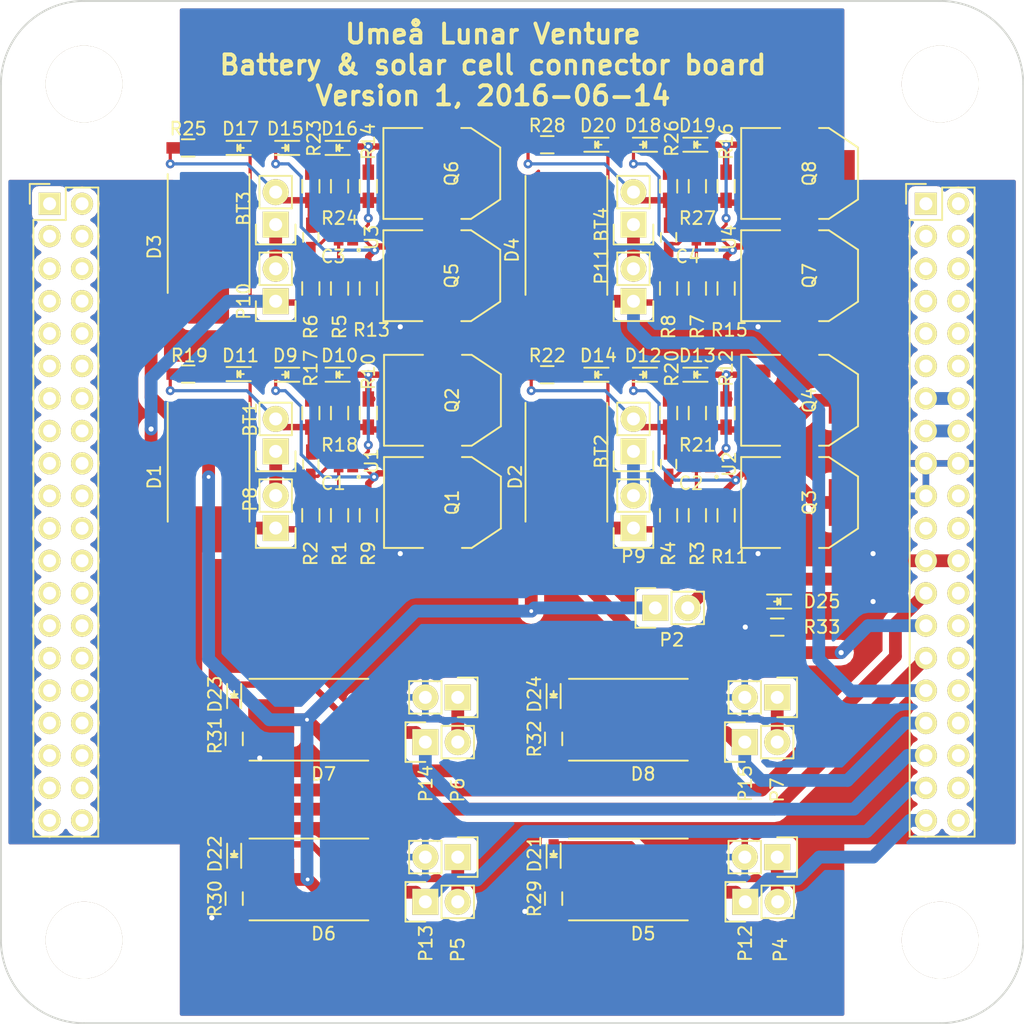
<source format=kicad_pcb>
(kicad_pcb (version 4) (host pcbnew 4.0.2-stable)
  (layers (0 F.Cu signal) (1 GND signal) (2 Power signal) (31 B.Cu signal) (34 B.Paste user) (35 F.Paste user) (36 B.SilkS user) (37 F.SilkS user) (38 B.Mask user) (39 F.Mask user) (44 Edge.Cuts user))
  (net 0 "")
  (net 1 +5V)
  (net 2 +3V3)
  (net 3 GND)
  (net 4 /VSYS)
  (net 5 "/Battery 1/VSYS")
  (net 6 "Net-(BT1-Pad1)")
  (net 7 "Net-(BT1-Pad2)")
  (net 8 "Net-(BT2-Pad1)")
  (net 9 "Net-(BT2-Pad2)")
  (net 10 "Net-(BT3-Pad1)")
  (net 11 "Net-(BT3-Pad2)")
  (net 12 "Net-(BT4-Pad1)")
  (net 13 "Net-(BT4-Pad2)")
  (net 14 "Net-(C1-Pad1)")
  (net 15 "Net-(C2-Pad1)")
  (net 16 "Net-(C3-Pad1)")
  (net 17 "Net-(C4-Pad1)")
  (net 18 "Net-(D9-Pad2)")
  (net 19 "Net-(D9-Pad1)")
  (net 20 "Net-(D10-Pad2)")
  (net 21 "Net-(D10-Pad1)")
  (net 22 "Net-(D11-Pad1)")
  (net 23 "Net-(D12-Pad2)")
  (net 24 "Net-(D12-Pad1)")
  (net 25 "Net-(D13-Pad2)")
  (net 26 "Net-(D13-Pad1)")
  (net 27 "Net-(D14-Pad1)")
  (net 28 "Net-(D15-Pad2)")
  (net 29 "Net-(D15-Pad1)")
  (net 30 "Net-(D16-Pad2)")
  (net 31 "Net-(D16-Pad1)")
  (net 32 "Net-(D17-Pad1)")
  (net 33 "Net-(D18-Pad2)")
  (net 34 "Net-(D18-Pad1)")
  (net 35 "Net-(D19-Pad2)")
  (net 36 "Net-(D19-Pad1)")
  (net 37 "Net-(D20-Pad1)")
  (net 38 "Net-(D21-Pad1)")
  (net 39 "Net-(D22-Pad1)")
  (net 40 "Net-(D23-Pad1)")
  (net 41 "Net-(D24-Pad1)")
  (net 42 "Net-(D25-Pad1)")
  (net 43 "Net-(P12-Pad2)")
  (net 44 "Net-(P13-Pad2)")
  (net 45 "Net-(P14-Pad2)")
  (net 46 "Net-(P15-Pad2)")
  (net 47 "Net-(Q1-Pad2)")
  (net 48 "Net-(Q3-Pad2)")
  (net 49 "Net-(Q5-Pad2)")
  (net 50 "Net-(Q7-Pad2)")
  (net 51 "Net-(R1-Pad1)")
  (net 52 "Net-(R3-Pad1)")
  (net 53 "Net-(R5-Pad1)")
  (net 54 "Net-(R7-Pad1)")
  (net 55 "/Battery 1/VBAT")
  (net 56 "/Battery 2/VBAT")
  (net 57 "/Battery 3/VBAT")
  (net 58 "/Battery 4/VBAT")
  (net 59 "/Solar 1/VPV")
  (net 60 "/Solar 2/VPV")
  (net 61 "/Solar 3/VPV")
  (net 62 "/Solar 4/VPV")
  (module TO_SOT_Packages_SMD:SOT-223 (layer F.Cu) (at 112.5 63.5 270)
    (fp_text reference Q8 (at 0 -0.762 270) (layer F.SilkS))
    (fp_text value Q_NMOS_GDSD)
    (pad 4 smd rect (at 0 -3.302 270) (size 3.6576 2.032) (layers F.Cu F.Paste F.Mask) (net 50 "Net-(Q7-Pad2)"))
    (pad 2 smd rect (at 0 3.302 270) (size 1.016 2.032) (layers F.Cu F.Paste F.Mask) (net 50 "Net-(Q7-Pad2)"))
    (pad 3 smd rect (at 2.286 3.302 270) (size 1.016 2.032) (layers F.Cu F.Paste F.Mask) (net 13 "Net-(BT4-Pad2)"))
    (pad 1 smd rect (at -2.286 3.302 270) (size 1.016 2.032) (layers F.Cu F.Paste F.Mask) (net 35 "Net-(D19-Pad2)"))
  )
  (module Scube:scube80 (layer F.Cu) (at 90 90)
    (fp_text reference P1 hide)
    (fp_text value SCUBE80 hide)
    (fp_arc (start -33.5 33.5) (end -33.5 40) (angle 90) (layer Edge.Cuts) (width 0.15))
    (fp_arc (start 33.5 33.5) (end 40 33.5) (angle 90) (layer Edge.Cuts) (width 0.15))
    (fp_arc (start 33.5 -33.5) (end 33.5 -40) (angle 90) (layer Edge.Cuts) (width 0.15))
    (fp_arc (start -33.5 -33.5) (end -40 -33.5) (angle 90) (layer Edge.Cuts) (width 0.15))
    (fp_line (start -40 33.5) (end -40 -33.5) (layer Edge.Cuts) (width 0.15))
    (fp_line (start 33.5 40) (end -33.5 40) (layer Edge.Cuts) (width 0.15))
    (fp_line (start 40 -33.5) (end 40 33.5) (layer Edge.Cuts) (width 0.15))
    (fp_line (start -33.5 -40) (end 33.5 -40) (layer Edge.Cuts) (width 0.15))
    (pad 1A thru_hole rect (at 32.384999 -24.13) (size 1.7272 1.7272) (drill 1.016) (layers *.Cu *.Mask F.SilkS))
    (pad 2A thru_hole oval (at 34.924999 -24.13) (size 1.7272 1.7272) (drill 1.016) (layers *.Cu *.Mask F.SilkS))
    (pad 3A thru_hole oval (at 32.384999 -21.59) (size 1.7272 1.7272) (drill 1.016) (layers *.Cu *.Mask F.SilkS))
    (pad 4A thru_hole oval (at 34.924999 -21.59) (size 1.7272 1.7272) (drill 1.016) (layers *.Cu *.Mask F.SilkS))
    (pad 5A thru_hole oval (at 32.384999 -19.05) (size 1.7272 1.7272) (drill 1.016) (layers *.Cu *.Mask F.SilkS))
    (pad 6A thru_hole oval (at 34.924999 -19.05) (size 1.7272 1.7272) (drill 1.016) (layers *.Cu *.Mask F.SilkS))
    (pad 7A thru_hole oval (at 32.384999 -16.51) (size 1.7272 1.7272) (drill 1.016) (layers *.Cu *.Mask F.SilkS))
    (pad 8A thru_hole oval (at 34.924999 -16.51) (size 1.7272 1.7272) (drill 1.016) (layers *.Cu *.Mask F.SilkS))
    (pad 9A thru_hole oval (at 32.384999 -13.97) (size 1.7272 1.7272) (drill 1.016) (layers *.Cu *.Mask F.SilkS))
    (pad 10A thru_hole oval (at 34.924999 -13.97) (size 1.7272 1.7272) (drill 1.016) (layers *.Cu *.Mask F.SilkS))
    (pad 11A thru_hole oval (at 32.384999 -11.43) (size 1.7272 1.7272) (drill 1.016) (layers *.Cu *.Mask F.SilkS))
    (pad 12A thru_hole oval (at 34.924999 -11.43) (size 1.7272 1.7272) (drill 1.016) (layers *.Cu *.Mask F.SilkS))
    (pad 13A thru_hole oval (at 32.384999 -8.89) (size 1.7272 1.7272) (drill 1.016) (layers *.Cu *.Mask F.SilkS) (net 1 +5V))
    (pad 14A thru_hole oval (at 34.924999 -8.89) (size 1.7272 1.7272) (drill 1.016) (layers *.Cu *.Mask F.SilkS) (net 1 +5V))
    (pad 15A thru_hole oval (at 32.384999 -6.35) (size 1.7272 1.7272) (drill 1.016) (layers *.Cu *.Mask F.SilkS) (net 2 +3V3))
    (pad 16A thru_hole oval (at 34.924999 -6.35) (size 1.7272 1.7272) (drill 1.016) (layers *.Cu *.Mask F.SilkS) (net 2 +3V3))
    (pad 17A thru_hole oval (at 32.384999 -3.81) (size 1.7272 1.7272) (drill 1.016) (layers *.Cu *.Mask F.SilkS) (net 3 GND))
    (pad 18A thru_hole oval (at 34.924999 -3.81) (size 1.7272 1.7272) (drill 1.016) (layers *.Cu *.Mask F.SilkS) (net 3 GND))
    (pad 19A thru_hole oval (at 32.384999 -1.27) (size 1.7272 1.7272) (drill 1.016) (layers *.Cu *.Mask F.SilkS) (net 3 GND))
    (pad 20A thru_hole oval (at 34.924999 -1.27) (size 1.7272 1.7272) (drill 1.016) (layers *.Cu *.Mask F.SilkS))
    (pad 21A thru_hole oval (at 32.384999 1.27) (size 1.7272 1.7272) (drill 1.016) (layers *.Cu *.Mask F.SilkS))
    (pad 22A thru_hole oval (at 34.924999 1.27) (size 1.7272 1.7272) (drill 1.016) (layers *.Cu *.Mask F.SilkS))
    (pad 23A thru_hole oval (at 32.384999 3.81) (size 1.7272 1.7272) (drill 1.016) (layers *.Cu *.Mask F.SilkS) (net 4 /VSYS))
    (pad 24A thru_hole oval (at 34.924999 3.81) (size 1.7272 1.7272) (drill 1.016) (layers *.Cu *.Mask F.SilkS) (net 4 /VSYS))
    (pad 25A thru_hole oval (at 32.384999 6.35) (size 1.7272 1.7272) (drill 1.016) (layers *.Cu *.Mask F.SilkS) (net 55 "/Battery 1/VBAT"))
    (pad 26A thru_hole oval (at 34.924999 6.35) (size 1.7272 1.7272) (drill 1.016) (layers *.Cu *.Mask F.SilkS))
    (pad 27A thru_hole oval (at 32.384999 8.89) (size 1.7272 1.7272) (drill 1.016) (layers *.Cu *.Mask F.SilkS) (net 56 "/Battery 2/VBAT"))
    (pad 28A thru_hole oval (at 34.924999 8.89) (size 1.7272 1.7272) (drill 1.016) (layers *.Cu *.Mask F.SilkS))
    (pad 29A thru_hole oval (at 32.384999 11.43) (size 1.7272 1.7272) (drill 1.016) (layers *.Cu *.Mask F.SilkS) (net 57 "/Battery 3/VBAT"))
    (pad 30A thru_hole oval (at 34.924999 11.43) (size 1.7272 1.7272) (drill 1.016) (layers *.Cu *.Mask F.SilkS))
    (pad 31A thru_hole oval (at 32.384999 13.97) (size 1.7272 1.7272) (drill 1.016) (layers *.Cu *.Mask F.SilkS) (net 58 "/Battery 4/VBAT"))
    (pad 32A thru_hole oval (at 34.924999 13.97) (size 1.7272 1.7272) (drill 1.016) (layers *.Cu *.Mask F.SilkS))
    (pad 33A thru_hole oval (at 32.384999 16.51) (size 1.7272 1.7272) (drill 1.016) (layers *.Cu *.Mask F.SilkS) (net 62 "/Solar 4/VPV"))
    (pad 34A thru_hole oval (at 34.924999 16.51) (size 1.7272 1.7272) (drill 1.016) (layers *.Cu *.Mask F.SilkS))
    (pad 35A thru_hole oval (at 32.384999 19.05) (size 1.7272 1.7272) (drill 1.016) (layers *.Cu *.Mask F.SilkS) (net 61 "/Solar 3/VPV"))
    (pad 36A thru_hole oval (at 34.924999 19.05) (size 1.7272 1.7272) (drill 1.016) (layers *.Cu *.Mask F.SilkS))
    (pad 37A thru_hole oval (at 32.384999 21.59) (size 1.7272 1.7272) (drill 1.016) (layers *.Cu *.Mask F.SilkS) (net 60 "/Solar 2/VPV"))
    (pad 38A thru_hole oval (at 34.924999 21.59) (size 1.7272 1.7272) (drill 1.016) (layers *.Cu *.Mask F.SilkS))
    (pad 39A thru_hole oval (at 32.384999 24.13) (size 1.7272 1.7272) (drill 1.016) (layers *.Cu *.Mask F.SilkS) (net 59 "/Solar 1/VPV"))
    (pad 40A thru_hole oval (at 34.924999 24.13) (size 1.7272 1.7272) (drill 1.016) (layers *.Cu *.Mask F.SilkS))
    (pad 4B thru_hole oval (at -33.655 -21.59) (size 1.7272 1.7272) (drill 1.016) (layers *.Cu *.Mask F.SilkS))
    (pad 1B thru_hole rect (at -36.195 -24.13) (size 1.7272 1.7272) (drill 1.016) (layers *.Cu *.Mask F.SilkS))
    (pad 2B thru_hole oval (at -33.655 -24.13) (size 1.7272 1.7272) (drill 1.016) (layers *.Cu *.Mask F.SilkS))
    (pad 3B thru_hole oval (at -36.195 -21.59) (size 1.7272 1.7272) (drill 1.016) (layers *.Cu *.Mask F.SilkS))
    (pad 5B thru_hole oval (at -36.195 -19.05) (size 1.7272 1.7272) (drill 1.016) (layers *.Cu *.Mask F.SilkS))
    (pad 6B thru_hole oval (at -33.655 -19.05) (size 1.7272 1.7272) (drill 1.016) (layers *.Cu *.Mask F.SilkS))
    (pad 7B thru_hole oval (at -36.195 -16.51) (size 1.7272 1.7272) (drill 1.016) (layers *.Cu *.Mask F.SilkS))
    (pad 8B thru_hole oval (at -33.655 -16.51) (size 1.7272 1.7272) (drill 1.016) (layers *.Cu *.Mask F.SilkS))
    (pad 9B thru_hole oval (at -36.195 -13.97) (size 1.7272 1.7272) (drill 1.016) (layers *.Cu *.Mask F.SilkS))
    (pad 10B thru_hole oval (at -33.655 -13.97) (size 1.7272 1.7272) (drill 1.016) (layers *.Cu *.Mask F.SilkS))
    (pad 14B thru_hole oval (at -33.655 -8.89) (size 1.7272 1.7272) (drill 1.016) (layers *.Cu *.Mask F.SilkS))
    (pad 11B thru_hole oval (at -36.195 -11.43) (size 1.7272 1.7272) (drill 1.016) (layers *.Cu *.Mask F.SilkS))
    (pad 12B thru_hole oval (at -33.655 -11.43) (size 1.7272 1.7272) (drill 1.016) (layers *.Cu *.Mask F.SilkS))
    (pad 13B thru_hole oval (at -36.195 -8.89) (size 1.7272 1.7272) (drill 1.016) (layers *.Cu *.Mask F.SilkS))
    (pad 15B thru_hole oval (at -36.195 -6.35) (size 1.7272 1.7272) (drill 1.016) (layers *.Cu *.Mask F.SilkS))
    (pad 16B thru_hole oval (at -33.655 -6.35) (size 1.7272 1.7272) (drill 1.016) (layers *.Cu *.Mask F.SilkS))
    (pad 17B thru_hole oval (at -36.195 -3.81) (size 1.7272 1.7272) (drill 1.016) (layers *.Cu *.Mask F.SilkS))
    (pad 18B thru_hole oval (at -33.655 -3.81) (size 1.7272 1.7272) (drill 1.016) (layers *.Cu *.Mask F.SilkS))
    (pad 19B thru_hole oval (at -36.195 -1.27) (size 1.7272 1.7272) (drill 1.016) (layers *.Cu *.Mask F.SilkS))
    (pad 20B thru_hole oval (at -33.655 -1.27) (size 1.7272 1.7272) (drill 1.016) (layers *.Cu *.Mask F.SilkS))
    (pad 24B thru_hole oval (at -33.655 3.81) (size 1.7272 1.7272) (drill 1.016) (layers *.Cu *.Mask F.SilkS))
    (pad 21B thru_hole oval (at -36.195 1.27) (size 1.7272 1.7272) (drill 1.016) (layers *.Cu *.Mask F.SilkS))
    (pad 22B thru_hole oval (at -33.655 1.27) (size 1.7272 1.7272) (drill 1.016) (layers *.Cu *.Mask F.SilkS))
    (pad 23B thru_hole oval (at -36.195 3.81) (size 1.7272 1.7272) (drill 1.016) (layers *.Cu *.Mask F.SilkS))
    (pad 25B thru_hole oval (at -36.195 6.35) (size 1.7272 1.7272) (drill 1.016) (layers *.Cu *.Mask F.SilkS))
    (pad 26B thru_hole oval (at -33.655 6.35) (size 1.7272 1.7272) (drill 1.016) (layers *.Cu *.Mask F.SilkS))
    (pad 27B thru_hole oval (at -36.195 8.89) (size 1.7272 1.7272) (drill 1.016) (layers *.Cu *.Mask F.SilkS))
    (pad 28B thru_hole oval (at -33.655 8.89) (size 1.7272 1.7272) (drill 1.016) (layers *.Cu *.Mask F.SilkS))
    (pad 29B thru_hole oval (at -36.195 11.43) (size 1.7272 1.7272) (drill 1.016) (layers *.Cu *.Mask F.SilkS))
    (pad 30B thru_hole oval (at -33.655 11.43) (size 1.7272 1.7272) (drill 1.016) (layers *.Cu *.Mask F.SilkS))
    (pad 34B thru_hole oval (at -33.655 16.51) (size 1.7272 1.7272) (drill 1.016) (layers *.Cu *.Mask F.SilkS))
    (pad 31B thru_hole oval (at -36.195 13.97) (size 1.7272 1.7272) (drill 1.016) (layers *.Cu *.Mask F.SilkS))
    (pad 32B thru_hole oval (at -33.655 13.97) (size 1.7272 1.7272) (drill 1.016) (layers *.Cu *.Mask F.SilkS))
    (pad 33B thru_hole oval (at -36.195 16.51) (size 1.7272 1.7272) (drill 1.016) (layers *.Cu *.Mask F.SilkS))
    (pad 35B thru_hole oval (at -36.195 19.05) (size 1.7272 1.7272) (drill 1.016) (layers *.Cu *.Mask F.SilkS))
    (pad 36B thru_hole oval (at -33.655 19.05) (size 1.7272 1.7272) (drill 1.016) (layers *.Cu *.Mask F.SilkS))
    (pad 37B thru_hole oval (at -36.195 21.59) (size 1.7272 1.7272) (drill 1.016) (layers *.Cu *.Mask F.SilkS))
    (pad 38B thru_hole oval (at -33.655 21.59) (size 1.7272 1.7272) (drill 1.016) (layers *.Cu *.Mask F.SilkS))
    (pad 39B thru_hole oval (at -36.195 24.13) (size 1.7272 1.7272) (drill 1.016) (layers *.Cu *.Mask F.SilkS))
    (pad 40B thru_hole oval (at -33.655 24.13) (size 1.7272 1.7272) (drill 1.016) (layers *.Cu *.Mask F.SilkS))
    (pad "" thru_hole circle (at 33.5 -33.5) (size 6 6) (drill 6) (layers *.Cu *.Mask F.SilkS) (clearance 3.5))
    (pad "" thru_hole circle (at 33.5 33.5) (size 6 6) (drill 6) (layers *.Cu *.Mask F.SilkS) (clearance 3.5))
    (pad "" thru_hole circle (at -33.5 33.5) (size 6 6) (drill 6) (layers *.Cu *.Mask F.SilkS) (clearance 3.5))
    (pad "" thru_hole circle (at -33.5 -33.5) (size 6 6) (drill 6) (layers *.Cu *.Mask F.SilkS) (clearance 3.5))
  )
  (module LEDs:LED_0603 (layer F.Cu) (at 96.7493 61.25)
    (fp_text reference D20 (at 0 -1.5) (layer F.SilkS))
    (fp_text value ORANGE)
    (pad 2 smd rect (at 0.7493 0 180) (size 0.79756 0.79756) (layers F.Cu F.Paste F.Mask) (net 58 "/Battery 4/VBAT"))
    (pad 1 smd rect (at -0.7493 0 180) (size 0.79756 0.79756) (layers F.Cu F.Paste F.Mask) (net 37 "Net-(D20-Pad1)"))
  )
  (module Diodes_SMD:DO-214AB_Handsoldering (layer F.Cu) (at 94.25 69.5 270)
    (fp_text reference D4 (at 0 4.25 270) (layer F.SilkS))
    (fp_text value Schottky)
    (pad 2 smd rect (at 4.1 0 270) (size 3.6 3.2) (layers F.Cu F.Paste F.Mask) (net 58 "/Battery 4/VBAT"))
    (pad 1 smd rect (at -4.1 0 270) (size 3.6 3.2) (layers F.Cu F.Paste F.Mask) (net 5 "/Battery 1/VSYS"))
  )
  (module TO_SOT_Packages_SMD:SOT-223 (layer F.Cu) (at 84.552 81.25 270)
    (fp_text reference Q2 (at 0 -0.762 270) (layer F.SilkS))
    (fp_text value Q_NMOS_GDSD)
    (pad 4 smd rect (at 0 -3.302 270) (size 3.6576 2.032) (layers F.Cu F.Paste F.Mask) (net 47 "Net-(Q1-Pad2)"))
    (pad 2 smd rect (at 0 3.302 270) (size 1.016 2.032) (layers F.Cu F.Paste F.Mask) (net 47 "Net-(Q1-Pad2)"))
    (pad 3 smd rect (at 2.286 3.302 270) (size 1.016 2.032) (layers F.Cu F.Paste F.Mask) (net 7 "Net-(BT1-Pad2)"))
    (pad 1 smd rect (at -2.286 3.302 270) (size 1.016 2.032) (layers F.Cu F.Paste F.Mask) (net 20 "Net-(D10-Pad2)"))
  )
  (module LEDs:LED_0603 (layer F.Cu) (at 76.5 79.25)
    (fp_text reference D10 (at 0 -1.5) (layer F.SilkS))
    (fp_text value RED)
    (pad 2 smd rect (at 0.7493 0 180) (size 0.79756 0.79756) (layers F.Cu F.Paste F.Mask) (net 20 "Net-(D10-Pad2)"))
    (pad 1 smd rect (at -0.7493 0 180) (size 0.79756 0.79756) (layers F.Cu F.Paste F.Mask) (net 21 "Net-(D10-Pad1)"))
  )
  (module Resistors_SMD:R_0603_HandSoldering (layer F.Cu) (at 64.65 79.2 180)
    (fp_text reference R19 (at -0.1 1.45 360) (layer F.SilkS))
    (fp_text value 2k2)
    (pad 1 smd rect (at -1.1 0 180) (size 1.2 0.9) (layers F.Cu F.Paste F.Mask) (net 22 "Net-(D11-Pad1)"))
    (pad 2 smd rect (at 1.1 0 180) (size 1.2 0.9) (layers F.Cu F.Paste F.Mask) (net 7 "Net-(BT1-Pad2)"))
  )
  (module Resistors_SMD:R_0603_HandSoldering (layer F.Cu) (at 76.5 82.25 270)
    (fp_text reference R18 (at 2.5 0 360) (layer F.SilkS))
    (fp_text value 2k2)
    (pad 1 smd rect (at -1.1 0 270) (size 1.2 0.9) (layers F.Cu F.Paste F.Mask) (net 21 "Net-(D10-Pad1)"))
    (pad 2 smd rect (at 1.1 0 270) (size 1.2 0.9) (layers F.Cu F.Paste F.Mask) (net 7 "Net-(BT1-Pad2)"))
  )
  (module Resistors_SMD:R_0603_HandSoldering (layer F.Cu) (at 78.75 82.25 270)
    (fp_text reference R10 (at -3.25 0 270) (layer F.SilkS))
    (fp_text value 4M7)
    (pad 1 smd rect (at -1.1 0 270) (size 1.2 0.9) (layers F.Cu F.Paste F.Mask) (net 20 "Net-(D10-Pad2)"))
    (pad 2 smd rect (at 1.1 0 270) (size 1.2 0.9) (layers F.Cu F.Paste F.Mask) (net 7 "Net-(BT1-Pad2)"))
  )
  (module Pin_Headers:Pin_Header_Straight_1x02 (layer F.Cu) (at 99.5 67.5 180)
    (fp_text reference BT4 (at 2.5 0 270) (layer F.SilkS))
    (fp_text value Battery)
    (pad 1 thru_hole rect (at 0 0 180) (size 2.032 2.032) (drill 1.016) (layers *.Cu *.Mask F.SilkS) (net 12 "Net-(BT4-Pad1)"))
    (pad 2 thru_hole oval (at 0 2.54 180) (size 2.032 2.032) (drill 1.016) (layers *.Cu *.Mask F.SilkS) (net 13 "Net-(BT4-Pad2)"))
  )
  (module Pin_Headers:Pin_Header_Straight_1x02 (layer F.Cu) (at 85.75 104.5 270)
    (fp_text reference P6 (at 7.25 0 270) (layer F.SilkS))
    (fp_text value PHOTOVOLTAIC)
    (pad 1 thru_hole rect (at 0 0 270) (size 2.032 2.032) (drill 1.016) (layers *.Cu *.Mask F.SilkS) (net 45 "Net-(P14-Pad2)"))
    (pad 2 thru_hole oval (at 0 2.54 270) (size 2.032 2.032) (drill 1.016) (layers *.Cu *.Mask F.SilkS) (net 3 GND))
  )
  (module Pin_Headers:Pin_Header_Straight_1x02 (layer F.Cu) (at 71.5 85.25 180)
    (fp_text reference BT1 (at 2 2.5 270) (layer F.SilkS))
    (fp_text value Battery)
    (pad 1 thru_hole rect (at 0 0 180) (size 2.032 2.032) (drill 1.016) (layers *.Cu *.Mask F.SilkS) (net 6 "Net-(BT1-Pad1)"))
    (pad 2 thru_hole oval (at 0 2.54 180) (size 2.032 2.032) (drill 1.016) (layers *.Cu *.Mask F.SilkS) (net 7 "Net-(BT1-Pad2)"))
  )
  (module Pin_Headers:Pin_Header_Straight_1x02 (layer F.Cu) (at 99.5 85.25 180)
    (fp_text reference BT2 (at 2.5 0 270) (layer F.SilkS))
    (fp_text value Battery)
    (pad 1 thru_hole rect (at 0 0 180) (size 2.032 2.032) (drill 1.016) (layers *.Cu *.Mask F.SilkS) (net 8 "Net-(BT2-Pad1)"))
    (pad 2 thru_hole oval (at 0 2.54 180) (size 2.032 2.032) (drill 1.016) (layers *.Cu *.Mask F.SilkS) (net 9 "Net-(BT2-Pad2)"))
  )
  (module Pin_Headers:Pin_Header_Straight_1x02 (layer F.Cu) (at 71.5 67.5 180)
    (fp_text reference BT3 (at 2.5 1.25 450) (layer F.SilkS))
    (fp_text value Battery)
    (pad 1 thru_hole rect (at 0 0 180) (size 2.032 2.032) (drill 1.016) (layers *.Cu *.Mask F.SilkS) (net 10 "Net-(BT3-Pad1)"))
    (pad 2 thru_hole oval (at 0 2.54 180) (size 2.032 2.032) (drill 1.016) (layers *.Cu *.Mask F.SilkS) (net 11 "Net-(BT3-Pad2)"))
  )
  (module Capacitors_SMD:C_0603_HandSoldering (layer F.Cu) (at 74.25 86.25 90)
    (fp_text reference C1 (at -1.5 1.75 180) (layer F.SilkS))
    (fp_text value 100n)
    (pad 1 smd rect (at -0.95 0 90) (size 1.2 0.75) (layers F.Cu F.Paste F.Mask) (net 14 "Net-(C1-Pad1)"))
    (pad 2 smd rect (at 0.95 0 90) (size 1.2 0.75) (layers F.Cu F.Paste F.Mask) (net 7 "Net-(BT1-Pad2)"))
  )
  (module Capacitors_SMD:C_0603_HandSoldering (layer F.Cu) (at 102.25 86.25 90)
    (fp_text reference C2 (at -1.5 1.75 180) (layer F.SilkS))
    (fp_text value 100n)
    (pad 1 smd rect (at -0.95 0 90) (size 1.2 0.75) (layers F.Cu F.Paste F.Mask) (net 15 "Net-(C2-Pad1)"))
    (pad 2 smd rect (at 0.95 0 90) (size 1.2 0.75) (layers F.Cu F.Paste F.Mask) (net 9 "Net-(BT2-Pad2)"))
  )
  (module Capacitors_SMD:C_0603_HandSoldering (layer F.Cu) (at 74.25 68.5 90)
    (fp_text reference C3 (at -1.5 1.75 180) (layer F.SilkS))
    (fp_text value 100n)
    (pad 1 smd rect (at -0.95 0 90) (size 1.2 0.75) (layers F.Cu F.Paste F.Mask) (net 16 "Net-(C3-Pad1)"))
    (pad 2 smd rect (at 0.95 0 90) (size 1.2 0.75) (layers F.Cu F.Paste F.Mask) (net 11 "Net-(BT3-Pad2)"))
  )
  (module Capacitors_SMD:C_0603_HandSoldering (layer F.Cu) (at 102.25 68.5 90)
    (fp_text reference C4 (at -1.5 1.5 180) (layer F.SilkS))
    (fp_text value 100n)
    (pad 1 smd rect (at -0.95 0 90) (size 1.2 0.75) (layers F.Cu F.Paste F.Mask) (net 17 "Net-(C4-Pad1)"))
    (pad 2 smd rect (at 0.95 0 90) (size 1.2 0.75) (layers F.Cu F.Paste F.Mask) (net 13 "Net-(BT4-Pad2)"))
  )
  (module Diodes_SMD:DO-214AB_Handsoldering (layer F.Cu) (at 66.25 87.25 270)
    (fp_text reference D1 (at 0 4.25 270) (layer F.SilkS))
    (fp_text value Schottky)
    (pad 2 smd rect (at 4.1 0 270) (size 3.6 3.2) (layers F.Cu F.Paste F.Mask) (net 55 "/Battery 1/VBAT"))
    (pad 1 smd rect (at -4.1 0 270) (size 3.6 3.2) (layers F.Cu F.Paste F.Mask) (net 5 "/Battery 1/VSYS"))
  )
  (module Diodes_SMD:DO-214AB_Handsoldering (layer F.Cu) (at 94.25 87.25 270)
    (fp_text reference D2 (at 0 4 270) (layer F.SilkS))
    (fp_text value Schottky)
    (pad 2 smd rect (at 4.1 0 270) (size 3.6 3.2) (layers F.Cu F.Paste F.Mask) (net 56 "/Battery 2/VBAT"))
    (pad 1 smd rect (at -4.1 0 270) (size 3.6 3.2) (layers F.Cu F.Paste F.Mask) (net 5 "/Battery 1/VSYS"))
  )
  (module Diodes_SMD:DO-214AB_Handsoldering (layer F.Cu) (at 66.25 69.35 270)
    (fp_text reference D3 (at -0.1 4.25 270) (layer F.SilkS))
    (fp_text value Schottky)
    (pad 2 smd rect (at 4.1 0 270) (size 3.6 3.2) (layers F.Cu F.Paste F.Mask) (net 57 "/Battery 3/VBAT"))
    (pad 1 smd rect (at -4.1 0 270) (size 3.6 3.2) (layers F.Cu F.Paste F.Mask) (net 5 "/Battery 1/VSYS"))
  )
  (module Diodes_SMD:DO-214AB_Handsoldering (layer F.Cu) (at 100.25 118.75)
    (fp_text reference D5 (at 0 4.25) (layer F.SilkS))
    (fp_text value Schottky)
    (pad 2 smd rect (at 4.1 0) (size 3.6 3.2) (layers F.Cu F.Paste F.Mask) (net 59 "/Solar 1/VPV"))
    (pad 1 smd rect (at -4.1 0) (size 3.6 3.2) (layers F.Cu F.Paste F.Mask) (net 5 "/Battery 1/VSYS"))
  )
  (module Diodes_SMD:DO-214AB_Handsoldering (layer F.Cu) (at 75.25 118.75)
    (fp_text reference D6 (at 0 4.25) (layer F.SilkS))
    (fp_text value Schottky)
    (pad 2 smd rect (at 4.1 0) (size 3.6 3.2) (layers F.Cu F.Paste F.Mask) (net 60 "/Solar 2/VPV"))
    (pad 1 smd rect (at -4.1 0) (size 3.6 3.2) (layers F.Cu F.Paste F.Mask) (net 5 "/Battery 1/VSYS"))
  )
  (module Diodes_SMD:DO-214AB_Handsoldering (layer F.Cu) (at 75.25 106.25)
    (fp_text reference D7 (at 0 4.25) (layer F.SilkS))
    (fp_text value Schottky)
    (pad 2 smd rect (at 4.1 0) (size 3.6 3.2) (layers F.Cu F.Paste F.Mask) (net 61 "/Solar 3/VPV"))
    (pad 1 smd rect (at -4.1 0) (size 3.6 3.2) (layers F.Cu F.Paste F.Mask) (net 5 "/Battery 1/VSYS"))
  )
  (module Diodes_SMD:DO-214AB_Handsoldering (layer F.Cu) (at 100.25 106.25)
    (fp_text reference D8 (at 0 4.25) (layer F.SilkS))
    (fp_text value Schottky)
    (pad 2 smd rect (at 4.1 0) (size 3.6 3.2) (layers F.Cu F.Paste F.Mask) (net 62 "/Solar 4/VPV"))
    (pad 1 smd rect (at -4.1 0) (size 3.6 3.2) (layers F.Cu F.Paste F.Mask) (net 5 "/Battery 1/VSYS"))
  )
  (module LEDs:LED_0603 (layer F.Cu) (at 72.25 79.25 180)
    (fp_text reference D9 (at 0 1.5 180) (layer F.SilkS))
    (fp_text value GREEN)
    (pad 2 smd rect (at 0.7493 0) (size 0.79756 0.79756) (layers F.Cu F.Paste F.Mask) (net 18 "Net-(D9-Pad2)"))
    (pad 1 smd rect (at -0.7493 0) (size 0.79756 0.79756) (layers F.Cu F.Paste F.Mask) (net 19 "Net-(D9-Pad1)"))
  )
  (module LEDs:LED_0603 (layer F.Cu) (at 68.7507 79.2)
    (fp_text reference D11 (at -0.0007 -1.45) (layer F.SilkS))
    (fp_text value ORANGE)
    (pad 2 smd rect (at 0.7493 0 180) (size 0.79756 0.79756) (layers F.Cu F.Paste F.Mask) (net 55 "/Battery 1/VBAT"))
    (pad 1 smd rect (at -0.7493 0 180) (size 0.79756 0.79756) (layers F.Cu F.Paste F.Mask) (net 22 "Net-(D11-Pad1)"))
  )
  (module LEDs:LED_0603 (layer F.Cu) (at 100.25 79.25 180)
    (fp_text reference D12 (at 0 1.5 180) (layer F.SilkS))
    (fp_text value GREEN)
    (pad 2 smd rect (at 0.7493 0) (size 0.79756 0.79756) (layers F.Cu F.Paste F.Mask) (net 23 "Net-(D12-Pad2)"))
    (pad 1 smd rect (at -0.7493 0) (size 0.79756 0.79756) (layers F.Cu F.Paste F.Mask) (net 24 "Net-(D12-Pad1)"))
  )
  (module LEDs:LED_0603 (layer F.Cu) (at 104.5 79.25)
    (fp_text reference D13 (at 0 -1.5) (layer F.SilkS))
    (fp_text value RED)
    (pad 2 smd rect (at 0.7493 0 180) (size 0.79756 0.79756) (layers F.Cu F.Paste F.Mask) (net 25 "Net-(D13-Pad2)"))
    (pad 1 smd rect (at -0.7493 0 180) (size 0.79756 0.79756) (layers F.Cu F.Paste F.Mask) (net 26 "Net-(D13-Pad1)"))
  )
  (module LEDs:LED_0603 (layer F.Cu) (at 96.75 79.25)
    (fp_text reference D14 (at 0 -1.5) (layer F.SilkS))
    (fp_text value ORANGE)
    (pad 2 smd rect (at 0.7493 0 180) (size 0.79756 0.79756) (layers F.Cu F.Paste F.Mask) (net 56 "/Battery 2/VBAT"))
    (pad 1 smd rect (at -0.7493 0 180) (size 0.79756 0.79756) (layers F.Cu F.Paste F.Mask) (net 27 "Net-(D14-Pad1)"))
  )
  (module LEDs:LED_0603 (layer F.Cu) (at 72.25 61.5 180)
    (fp_text reference D15 (at 0 1.5 180) (layer F.SilkS))
    (fp_text value GREEN)
    (pad 2 smd rect (at 0.7493 0) (size 0.79756 0.79756) (layers F.Cu F.Paste F.Mask) (net 28 "Net-(D15-Pad2)"))
    (pad 1 smd rect (at -0.7493 0) (size 0.79756 0.79756) (layers F.Cu F.Paste F.Mask) (net 29 "Net-(D15-Pad1)"))
  )
  (module LEDs:LED_0603 (layer F.Cu) (at 76.5 61.5)
    (fp_text reference D16 (at 0 -1.5) (layer F.SilkS))
    (fp_text value RED)
    (pad 2 smd rect (at 0.7493 0 180) (size 0.79756 0.79756) (layers F.Cu F.Paste F.Mask) (net 30 "Net-(D16-Pad2)"))
    (pad 1 smd rect (at -0.7493 0 180) (size 0.79756 0.79756) (layers F.Cu F.Paste F.Mask) (net 31 "Net-(D16-Pad1)"))
  )
  (module LEDs:LED_0603 (layer F.Cu) (at 68.75 61.5)
    (fp_text reference D17 (at 0 -1.5) (layer F.SilkS))
    (fp_text value ORANGE)
    (pad 2 smd rect (at 0.7493 0 180) (size 0.79756 0.79756) (layers F.Cu F.Paste F.Mask) (net 57 "/Battery 3/VBAT"))
    (pad 1 smd rect (at -0.7493 0 180) (size 0.79756 0.79756) (layers F.Cu F.Paste F.Mask) (net 32 "Net-(D17-Pad1)"))
  )
  (module LEDs:LED_0603 (layer F.Cu) (at 100.25 61.25 180)
    (fp_text reference D18 (at 0 1.5 180) (layer F.SilkS))
    (fp_text value GREEN)
    (pad 2 smd rect (at 0.7493 0) (size 0.79756 0.79756) (layers F.Cu F.Paste F.Mask) (net 33 "Net-(D18-Pad2)"))
    (pad 1 smd rect (at -0.7493 0) (size 0.79756 0.79756) (layers F.Cu F.Paste F.Mask) (net 34 "Net-(D18-Pad1)"))
  )
  (module LEDs:LED_0603 (layer F.Cu) (at 104.5 61.25)
    (fp_text reference D19 (at 0 -1.5) (layer F.SilkS))
    (fp_text value RED)
    (pad 2 smd rect (at 0.7493 0 180) (size 0.79756 0.79756) (layers F.Cu F.Paste F.Mask) (net 35 "Net-(D19-Pad2)"))
    (pad 1 smd rect (at -0.7493 0 180) (size 0.79756 0.79756) (layers F.Cu F.Paste F.Mask) (net 36 "Net-(D19-Pad1)"))
  )
  (module LEDs:LED_0603 (layer F.Cu) (at 93.25 116.75 90)
    (fp_text reference D21 (at 0 -1.5 90) (layer F.SilkS))
    (fp_text value ORANGE)
    (pad 2 smd rect (at 0.7493 0 270) (size 0.79756 0.79756) (layers F.Cu F.Paste F.Mask) (net 59 "/Solar 1/VPV"))
    (pad 1 smd rect (at -0.7493 0 270) (size 0.79756 0.79756) (layers F.Cu F.Paste F.Mask) (net 38 "Net-(D21-Pad1)"))
  )
  (module LEDs:LED_0603 (layer F.Cu) (at 68.25 116.75 90)
    (fp_text reference D22 (at 0 -1.5 90) (layer F.SilkS))
    (fp_text value ORANGE)
    (pad 2 smd rect (at 0.7493 0 270) (size 0.79756 0.79756) (layers F.Cu F.Paste F.Mask) (net 60 "/Solar 2/VPV"))
    (pad 1 smd rect (at -0.7493 0 270) (size 0.79756 0.79756) (layers F.Cu F.Paste F.Mask) (net 39 "Net-(D22-Pad1)"))
  )
  (module LEDs:LED_0603 (layer F.Cu) (at 68.25 104.25 90)
    (fp_text reference D23 (at 0 -1.5 90) (layer F.SilkS))
    (fp_text value ORANGE)
    (pad 2 smd rect (at 0.7493 0 270) (size 0.79756 0.79756) (layers F.Cu F.Paste F.Mask) (net 61 "/Solar 3/VPV"))
    (pad 1 smd rect (at -0.7493 0 270) (size 0.79756 0.79756) (layers F.Cu F.Paste F.Mask) (net 40 "Net-(D23-Pad1)"))
  )
  (module LEDs:LED_0603 (layer F.Cu) (at 93.25 104.25 90)
    (fp_text reference D24 (at 0 -1.5 90) (layer F.SilkS))
    (fp_text value ORANGE)
    (pad 2 smd rect (at 0.7493 0 270) (size 0.79756 0.79756) (layers F.Cu F.Paste F.Mask) (net 62 "/Solar 4/VPV"))
    (pad 1 smd rect (at -0.7493 0 270) (size 0.79756 0.79756) (layers F.Cu F.Paste F.Mask) (net 41 "Net-(D24-Pad1)"))
  )
  (module LEDs:LED_0603 (layer F.Cu) (at 110.75 97 180)
    (fp_text reference D25 (at -3.5 0 180) (layer F.SilkS))
    (fp_text value GREEN)
    (pad 2 smd rect (at 0.7493 0) (size 0.79756 0.79756) (layers F.Cu F.Paste F.Mask) (net 4 /VSYS))
    (pad 1 smd rect (at -0.7493 0) (size 0.79756 0.79756) (layers F.Cu F.Paste F.Mask) (net 42 "Net-(D25-Pad1)"))
  )
  (module Pin_Headers:Pin_Header_Straight_1x02 (layer F.Cu) (at 101.21 97.5 90)
    (fp_text reference P2 (at -2.5 1.29 180) (layer F.SilkS))
    (fp_text value CONN_01X02)
    (pad 1 thru_hole rect (at 0 0 90) (size 2.032 2.032) (drill 1.016) (layers *.Cu *.Mask F.SilkS) (net 5 "/Battery 1/VSYS"))
    (pad 2 thru_hole oval (at 0 2.54 90) (size 2.032 2.032) (drill 1.016) (layers *.Cu *.Mask F.SilkS) (net 4 /VSYS))
  )
  (module Pin_Headers:Pin_Header_Straight_1x02 (layer F.Cu) (at 110.75 117 270)
    (fp_text reference P4 (at 7.25 -0.25 270) (layer F.SilkS))
    (fp_text value PHOTOVOLTAIC)
    (pad 1 thru_hole rect (at 0 0 270) (size 2.032 2.032) (drill 1.016) (layers *.Cu *.Mask F.SilkS) (net 43 "Net-(P12-Pad2)"))
    (pad 2 thru_hole oval (at 0 2.54 270) (size 2.032 2.032) (drill 1.016) (layers *.Cu *.Mask F.SilkS) (net 3 GND))
  )
  (module Pin_Headers:Pin_Header_Straight_1x02 (layer F.Cu) (at 85.75 117 270)
    (fp_text reference P5 (at 7.25 0 270) (layer F.SilkS))
    (fp_text value PHOTOVOLTAIC)
    (pad 1 thru_hole rect (at 0 0 270) (size 2.032 2.032) (drill 1.016) (layers *.Cu *.Mask F.SilkS) (net 44 "Net-(P13-Pad2)"))
    (pad 2 thru_hole oval (at 0 2.54 270) (size 2.032 2.032) (drill 1.016) (layers *.Cu *.Mask F.SilkS) (net 3 GND))
  )
  (module Pin_Headers:Pin_Header_Straight_1x02 (layer F.Cu) (at 110.75 104.5 270)
    (fp_text reference P7 (at 7.25 0 270) (layer F.SilkS))
    (fp_text value PHOTOVOLTAIC)
    (pad 1 thru_hole rect (at 0 0 270) (size 2.032 2.032) (drill 1.016) (layers *.Cu *.Mask F.SilkS) (net 46 "Net-(P15-Pad2)"))
    (pad 2 thru_hole oval (at 0 2.54 270) (size 2.032 2.032) (drill 1.016) (layers *.Cu *.Mask F.SilkS) (net 3 GND))
  )
  (module Pin_Headers:Pin_Header_Straight_1x02 (layer F.Cu) (at 71.5 91.25 180)
    (fp_text reference P8 (at 2 2.25 270) (layer F.SilkS))
    (fp_text value CONN_01X02)
    (pad 1 thru_hole rect (at 0 0 180) (size 2.032 2.032) (drill 1.016) (layers *.Cu *.Mask F.SilkS) (net 55 "/Battery 1/VBAT"))
    (pad 2 thru_hole oval (at 0 2.54 180) (size 2.032 2.032) (drill 1.016) (layers *.Cu *.Mask F.SilkS) (net 6 "Net-(BT1-Pad1)"))
  )
  (module Pin_Headers:Pin_Header_Straight_1x02 (layer F.Cu) (at 99.5 91.25 180)
    (fp_text reference P9 (at 0 -2.21 180) (layer F.SilkS))
    (fp_text value CONN_01X02)
    (pad 1 thru_hole rect (at 0 0 180) (size 2.032 2.032) (drill 1.016) (layers *.Cu *.Mask F.SilkS) (net 56 "/Battery 2/VBAT"))
    (pad 2 thru_hole oval (at 0 2.54 180) (size 2.032 2.032) (drill 1.016) (layers *.Cu *.Mask F.SilkS) (net 8 "Net-(BT2-Pad1)"))
  )
  (module Pin_Headers:Pin_Header_Straight_1x02 (layer F.Cu) (at 71.5 73.5 180)
    (fp_text reference P10 (at 2.5 0 270) (layer F.SilkS))
    (fp_text value CONN_01X02)
    (pad 1 thru_hole rect (at 0 0 180) (size 2.032 2.032) (drill 1.016) (layers *.Cu *.Mask F.SilkS) (net 57 "/Battery 3/VBAT"))
    (pad 2 thru_hole oval (at 0 2.54 180) (size 2.032 2.032) (drill 1.016) (layers *.Cu *.Mask F.SilkS) (net 10 "Net-(BT3-Pad1)"))
  )
  (module Pin_Headers:Pin_Header_Straight_1x02 (layer F.Cu) (at 99.5 73.5 180)
    (fp_text reference P11 (at 2.5 2.75 270) (layer F.SilkS))
    (fp_text value CONN_01X02)
    (pad 1 thru_hole rect (at 0 0 180) (size 2.032 2.032) (drill 1.016) (layers *.Cu *.Mask F.SilkS) (net 58 "/Battery 4/VBAT"))
    (pad 2 thru_hole oval (at 0 2.54 180) (size 2.032 2.032) (drill 1.016) (layers *.Cu *.Mask F.SilkS) (net 12 "Net-(BT4-Pad1)"))
  )
  (module Pin_Headers:Pin_Header_Straight_1x02 (layer F.Cu) (at 108.25 120.5 90)
    (fp_text reference P12 (at -3.25 0 90) (layer F.SilkS))
    (fp_text value CONN_01X02)
    (pad 1 thru_hole rect (at 0 0 90) (size 2.032 2.032) (drill 1.016) (layers *.Cu *.Mask F.SilkS) (net 59 "/Solar 1/VPV"))
    (pad 2 thru_hole oval (at 0 2.54 90) (size 2.032 2.032) (drill 1.016) (layers *.Cu *.Mask F.SilkS) (net 43 "Net-(P12-Pad2)"))
  )
  (module Pin_Headers:Pin_Header_Straight_1x02 (layer F.Cu) (at 83.21 120.5 90)
    (fp_text reference P13 (at -3.25 0.04 270) (layer F.SilkS))
    (fp_text value CONN_01X02)
    (pad 1 thru_hole rect (at 0 0 90) (size 2.032 2.032) (drill 1.016) (layers *.Cu *.Mask F.SilkS) (net 60 "/Solar 2/VPV"))
    (pad 2 thru_hole oval (at 0 2.54 90) (size 2.032 2.032) (drill 1.016) (layers *.Cu *.Mask F.SilkS) (net 44 "Net-(P13-Pad2)"))
  )
  (module Pin_Headers:Pin_Header_Straight_1x02 (layer F.Cu) (at 83.21 108 90)
    (fp_text reference P14 (at -3.25 0.04 90) (layer F.SilkS))
    (fp_text value CONN_01X02)
    (pad 1 thru_hole rect (at 0 0 90) (size 2.032 2.032) (drill 1.016) (layers *.Cu *.Mask F.SilkS) (net 61 "/Solar 3/VPV"))
    (pad 2 thru_hole oval (at 0 2.54 90) (size 2.032 2.032) (drill 1.016) (layers *.Cu *.Mask F.SilkS) (net 45 "Net-(P14-Pad2)"))
  )
  (module Pin_Headers:Pin_Header_Straight_1x02 (layer F.Cu) (at 108.21 108 90)
    (fp_text reference P15 (at -3.25 0.04 90) (layer F.SilkS))
    (fp_text value CONN_01X02)
    (pad 1 thru_hole rect (at 0 0 90) (size 2.032 2.032) (drill 1.016) (layers *.Cu *.Mask F.SilkS) (net 62 "/Solar 4/VPV"))
    (pad 2 thru_hole oval (at 0 2.54 90) (size 2.032 2.032) (drill 1.016) (layers *.Cu *.Mask F.SilkS) (net 46 "Net-(P15-Pad2)"))
  )
  (module TO_SOT_Packages_SMD:SOT-223 (layer F.Cu) (at 84.552 89.25 270)
    (fp_text reference Q1 (at 0 -0.762 270) (layer F.SilkS))
    (fp_text value Q_NMOS_GDSD)
    (pad 4 smd rect (at 0 -3.302 270) (size 3.6576 2.032) (layers F.Cu F.Paste F.Mask) (net 47 "Net-(Q1-Pad2)"))
    (pad 2 smd rect (at 0 3.302 270) (size 1.016 2.032) (layers F.Cu F.Paste F.Mask) (net 47 "Net-(Q1-Pad2)"))
    (pad 3 smd rect (at 2.286 3.302 270) (size 1.016 2.032) (layers F.Cu F.Paste F.Mask) (net 3 GND))
    (pad 1 smd rect (at -2.286 3.302 270) (size 1.016 2.032) (layers F.Cu F.Paste F.Mask) (net 18 "Net-(D9-Pad2)"))
  )
  (module TO_SOT_Packages_SMD:SOT-223 (layer F.Cu) (at 112.5 89.25 270)
    (fp_text reference Q3 (at 0 -0.762 270) (layer F.SilkS))
    (fp_text value Q_NMOS_GDSD)
    (pad 4 smd rect (at 0 -3.302 270) (size 3.6576 2.032) (layers F.Cu F.Paste F.Mask) (net 48 "Net-(Q3-Pad2)"))
    (pad 2 smd rect (at 0 3.302 270) (size 1.016 2.032) (layers F.Cu F.Paste F.Mask) (net 48 "Net-(Q3-Pad2)"))
    (pad 3 smd rect (at 2.286 3.302 270) (size 1.016 2.032) (layers F.Cu F.Paste F.Mask) (net 3 GND))
    (pad 1 smd rect (at -2.286 3.302 270) (size 1.016 2.032) (layers F.Cu F.Paste F.Mask) (net 23 "Net-(D12-Pad2)"))
  )
  (module TO_SOT_Packages_SMD:SOT-223 (layer F.Cu) (at 112.5 81.25 270)
    (fp_text reference Q4 (at 0 -0.762 270) (layer F.SilkS))
    (fp_text value Q_NMOS_GDSD)
    (pad 4 smd rect (at 0 -3.302 270) (size 3.6576 2.032) (layers F.Cu F.Paste F.Mask) (net 48 "Net-(Q3-Pad2)"))
    (pad 2 smd rect (at 0 3.302 270) (size 1.016 2.032) (layers F.Cu F.Paste F.Mask) (net 48 "Net-(Q3-Pad2)"))
    (pad 3 smd rect (at 2.286 3.302 270) (size 1.016 2.032) (layers F.Cu F.Paste F.Mask) (net 9 "Net-(BT2-Pad2)"))
    (pad 1 smd rect (at -2.286 3.302 270) (size 1.016 2.032) (layers F.Cu F.Paste F.Mask) (net 25 "Net-(D13-Pad2)"))
  )
  (module TO_SOT_Packages_SMD:SOT-223 (layer F.Cu) (at 84.5 71.5 270)
    (fp_text reference Q5 (at 0 -0.762 270) (layer F.SilkS))
    (fp_text value Q_NMOS_GDSD)
    (pad 4 smd rect (at 0 -3.302 270) (size 3.6576 2.032) (layers F.Cu F.Paste F.Mask) (net 49 "Net-(Q5-Pad2)"))
    (pad 2 smd rect (at 0 3.302 270) (size 1.016 2.032) (layers F.Cu F.Paste F.Mask) (net 49 "Net-(Q5-Pad2)"))
    (pad 3 smd rect (at 2.286 3.302 270) (size 1.016 2.032) (layers F.Cu F.Paste F.Mask) (net 3 GND))
    (pad 1 smd rect (at -2.286 3.302 270) (size 1.016 2.032) (layers F.Cu F.Paste F.Mask) (net 28 "Net-(D15-Pad2)"))
  )
  (module TO_SOT_Packages_SMD:SOT-223 (layer F.Cu) (at 84.5 63.5 270)
    (fp_text reference Q6 (at 0 -0.762 270) (layer F.SilkS))
    (fp_text value Q_NMOS_GDSD)
    (pad 4 smd rect (at 0 -3.302 270) (size 3.6576 2.032) (layers F.Cu F.Paste F.Mask) (net 49 "Net-(Q5-Pad2)"))
    (pad 2 smd rect (at 0 3.302 270) (size 1.016 2.032) (layers F.Cu F.Paste F.Mask) (net 49 "Net-(Q5-Pad2)"))
    (pad 3 smd rect (at 2.286 3.302 270) (size 1.016 2.032) (layers F.Cu F.Paste F.Mask) (net 11 "Net-(BT3-Pad2)"))
    (pad 1 smd rect (at -2.286 3.302 270) (size 1.016 2.032) (layers F.Cu F.Paste F.Mask) (net 30 "Net-(D16-Pad2)"))
  )
  (module TO_SOT_Packages_SMD:SOT-223 (layer F.Cu) (at 112.5 71.5 270)
    (fp_text reference Q7 (at 0 -0.762 270) (layer F.SilkS))
    (fp_text value Q_NMOS_GDSD)
    (pad 4 smd rect (at 0 -3.302 270) (size 3.6576 2.032) (layers F.Cu F.Paste F.Mask) (net 50 "Net-(Q7-Pad2)"))
    (pad 2 smd rect (at 0 3.302 270) (size 1.016 2.032) (layers F.Cu F.Paste F.Mask) (net 50 "Net-(Q7-Pad2)"))
    (pad 3 smd rect (at 2.286 3.302 270) (size 1.016 2.032) (layers F.Cu F.Paste F.Mask) (net 3 GND))
    (pad 1 smd rect (at -2.286 3.302 270) (size 1.016 2.032) (layers F.Cu F.Paste F.Mask) (net 33 "Net-(D18-Pad2)"))
  )
  (module Resistors_SMD:R_0603_HandSoldering (layer F.Cu) (at 76.5 90.25 270)
    (fp_text reference R1 (at 3 0 450) (layer F.SilkS))
    (fp_text value 2k2)
    (pad 1 smd rect (at -1.1 0 270) (size 1.2 0.9) (layers F.Cu F.Paste F.Mask) (net 51 "Net-(R1-Pad1)"))
    (pad 2 smd rect (at 1.1 0 270) (size 1.2 0.9) (layers F.Cu F.Paste F.Mask) (net 3 GND))
  )
  (module Resistors_SMD:R_0603_HandSoldering (layer F.Cu) (at 74.25 90.25 90)
    (fp_text reference R2 (at -3 0 270) (layer F.SilkS))
    (fp_text value 330)
    (pad 1 smd rect (at -1.1 0 90) (size 1.2 0.9) (layers F.Cu F.Paste F.Mask) (net 55 "/Battery 1/VBAT"))
    (pad 2 smd rect (at 1.1 0 90) (size 1.2 0.9) (layers F.Cu F.Paste F.Mask) (net 14 "Net-(C1-Pad1)"))
  )
  (module Resistors_SMD:R_0603_HandSoldering (layer F.Cu) (at 104.5 90.25 270)
    (fp_text reference R3 (at 3 0 270) (layer F.SilkS))
    (fp_text value 2k2)
    (pad 1 smd rect (at -1.1 0 270) (size 1.2 0.9) (layers F.Cu F.Paste F.Mask) (net 52 "Net-(R3-Pad1)"))
    (pad 2 smd rect (at 1.1 0 270) (size 1.2 0.9) (layers F.Cu F.Paste F.Mask) (net 3 GND))
  )
  (module Resistors_SMD:R_0603_HandSoldering (layer F.Cu) (at 102.25 90.25 90)
    (fp_text reference R4 (at -3 0 90) (layer F.SilkS))
    (fp_text value 330)
    (pad 1 smd rect (at -1.1 0 90) (size 1.2 0.9) (layers F.Cu F.Paste F.Mask) (net 56 "/Battery 2/VBAT"))
    (pad 2 smd rect (at 1.1 0 90) (size 1.2 0.9) (layers F.Cu F.Paste F.Mask) (net 15 "Net-(C2-Pad1)"))
  )
  (module Resistors_SMD:R_0603_HandSoldering (layer F.Cu) (at 76.5 72.5 270)
    (fp_text reference R5 (at 3 0 450) (layer F.SilkS))
    (fp_text value 2k2)
    (pad 1 smd rect (at -1.1 0 270) (size 1.2 0.9) (layers F.Cu F.Paste F.Mask) (net 53 "Net-(R5-Pad1)"))
    (pad 2 smd rect (at 1.1 0 270) (size 1.2 0.9) (layers F.Cu F.Paste F.Mask) (net 3 GND))
  )
  (module Resistors_SMD:R_0603_HandSoldering (layer F.Cu) (at 74.25 72.5 90)
    (fp_text reference R6 (at -3 0 270) (layer F.SilkS))
    (fp_text value 330)
    (pad 1 smd rect (at -1.1 0 90) (size 1.2 0.9) (layers F.Cu F.Paste F.Mask) (net 57 "/Battery 3/VBAT"))
    (pad 2 smd rect (at 1.1 0 90) (size 1.2 0.9) (layers F.Cu F.Paste F.Mask) (net 16 "Net-(C3-Pad1)"))
  )
  (module Resistors_SMD:R_0603_HandSoldering (layer F.Cu) (at 104.5 72.5 270)
    (fp_text reference R7 (at 3 0 270) (layer F.SilkS))
    (fp_text value 2k2)
    (pad 1 smd rect (at -1.1 0 270) (size 1.2 0.9) (layers F.Cu F.Paste F.Mask) (net 54 "Net-(R7-Pad1)"))
    (pad 2 smd rect (at 1.1 0 270) (size 1.2 0.9) (layers F.Cu F.Paste F.Mask) (net 3 GND))
  )
  (module Resistors_SMD:R_0603_HandSoldering (layer F.Cu) (at 102.25 72.5 90)
    (fp_text reference R8 (at -3 0 90) (layer F.SilkS))
    (fp_text value 330)
    (pad 1 smd rect (at -1.1 0 90) (size 1.2 0.9) (layers F.Cu F.Paste F.Mask) (net 58 "/Battery 4/VBAT"))
    (pad 2 smd rect (at 1.1 0 90) (size 1.2 0.9) (layers F.Cu F.Paste F.Mask) (net 17 "Net-(C4-Pad1)"))
  )
  (module Resistors_SMD:R_0603_HandSoldering (layer F.Cu) (at 78.75 90.25 270)
    (fp_text reference R9 (at 3 0 450) (layer F.SilkS))
    (fp_text value 4M7)
    (pad 1 smd rect (at -1.1 0 270) (size 1.2 0.9) (layers F.Cu F.Paste F.Mask) (net 18 "Net-(D9-Pad2)"))
    (pad 2 smd rect (at 1.1 0 270) (size 1.2 0.9) (layers F.Cu F.Paste F.Mask) (net 3 GND))
  )
  (module Resistors_SMD:R_0603_HandSoldering (layer F.Cu) (at 106.75 90.25 270)
    (fp_text reference R11 (at 3.25 -0.25 360) (layer F.SilkS))
    (fp_text value 4M7)
    (pad 1 smd rect (at -1.1 0 270) (size 1.2 0.9) (layers F.Cu F.Paste F.Mask) (net 23 "Net-(D12-Pad2)"))
    (pad 2 smd rect (at 1.1 0 270) (size 1.2 0.9) (layers F.Cu F.Paste F.Mask) (net 3 GND))
  )
  (module Resistors_SMD:R_0603_HandSoldering (layer F.Cu) (at 106.75 82.25 270)
    (fp_text reference R12 (at -3.5 0 270) (layer F.SilkS))
    (fp_text value 4M7)
    (pad 1 smd rect (at -1.1 0 270) (size 1.2 0.9) (layers F.Cu F.Paste F.Mask) (net 25 "Net-(D13-Pad2)"))
    (pad 2 smd rect (at 1.1 0 270) (size 1.2 0.9) (layers F.Cu F.Paste F.Mask) (net 9 "Net-(BT2-Pad2)"))
  )
  (module Resistors_SMD:R_0603_HandSoldering (layer F.Cu) (at 78.75 72.5 270)
    (fp_text reference R13 (at 3.25 -0.25 540) (layer F.SilkS))
    (fp_text value 4M7)
    (pad 1 smd rect (at -1.1 0 270) (size 1.2 0.9) (layers F.Cu F.Paste F.Mask) (net 28 "Net-(D15-Pad2)"))
    (pad 2 smd rect (at 1.1 0 270) (size 1.2 0.9) (layers F.Cu F.Paste F.Mask) (net 3 GND))
  )
  (module Resistors_SMD:R_0603_HandSoldering (layer F.Cu) (at 78.75 64.5 270)
    (fp_text reference R14 (at -3.5 0 270) (layer F.SilkS))
    (fp_text value 4M7)
    (pad 1 smd rect (at -1.1 0 270) (size 1.2 0.9) (layers F.Cu F.Paste F.Mask) (net 30 "Net-(D16-Pad2)"))
    (pad 2 smd rect (at 1.1 0 270) (size 1.2 0.9) (layers F.Cu F.Paste F.Mask) (net 11 "Net-(BT3-Pad2)"))
  )
  (module Resistors_SMD:R_0603_HandSoldering (layer F.Cu) (at 106.75 72.5 270)
    (fp_text reference R15 (at 3.25 -0.25 360) (layer F.SilkS))
    (fp_text value 4M7)
    (pad 1 smd rect (at -1.1 0 270) (size 1.2 0.9) (layers F.Cu F.Paste F.Mask) (net 33 "Net-(D18-Pad2)"))
    (pad 2 smd rect (at 1.1 0 270) (size 1.2 0.9) (layers F.Cu F.Paste F.Mask) (net 3 GND))
  )
  (module Resistors_SMD:R_0603_HandSoldering (layer F.Cu) (at 106.75 64.5 270)
    (fp_text reference R16 (at -3.5 0 450) (layer F.SilkS))
    (fp_text value 4M7)
    (pad 1 smd rect (at -1.1 0 270) (size 1.2 0.9) (layers F.Cu F.Paste F.Mask) (net 35 "Net-(D19-Pad2)"))
    (pad 2 smd rect (at 1.1 0 270) (size 1.2 0.9) (layers F.Cu F.Paste F.Mask) (net 13 "Net-(BT4-Pad2)"))
  )
  (module Resistors_SMD:R_0603_HandSoldering (layer F.Cu) (at 74.25 82.25 270)
    (fp_text reference R17 (at -3.5 0 450) (layer F.SilkS))
    (fp_text value 2k2)
    (pad 1 smd rect (at -1.1 0 270) (size 1.2 0.9) (layers F.Cu F.Paste F.Mask) (net 19 "Net-(D9-Pad1)"))
    (pad 2 smd rect (at 1.1 0 270) (size 1.2 0.9) (layers F.Cu F.Paste F.Mask) (net 7 "Net-(BT1-Pad2)"))
  )
  (module Resistors_SMD:R_0603_HandSoldering (layer F.Cu) (at 102.25 82.25 270)
    (fp_text reference R20 (at -3.5 -0.25 270) (layer F.SilkS))
    (fp_text value 2k2)
    (pad 1 smd rect (at -1.1 0 270) (size 1.2 0.9) (layers F.Cu F.Paste F.Mask) (net 24 "Net-(D12-Pad1)"))
    (pad 2 smd rect (at 1.1 0 270) (size 1.2 0.9) (layers F.Cu F.Paste F.Mask) (net 9 "Net-(BT2-Pad2)"))
  )
  (module Resistors_SMD:R_0603_HandSoldering (layer F.Cu) (at 104.5 82.25 270)
    (fp_text reference R21 (at 2.5 0 360) (layer F.SilkS))
    (fp_text value 2k2)
    (pad 1 smd rect (at -1.1 0 270) (size 1.2 0.9) (layers F.Cu F.Paste F.Mask) (net 26 "Net-(D13-Pad1)"))
    (pad 2 smd rect (at 1.1 0 270) (size 1.2 0.9) (layers F.Cu F.Paste F.Mask) (net 9 "Net-(BT2-Pad2)"))
  )
  (module Resistors_SMD:R_0603_HandSoldering (layer F.Cu) (at 92.75 79.25 180)
    (fp_text reference R22 (at 0 1.5 180) (layer F.SilkS))
    (fp_text value 2k2)
    (pad 1 smd rect (at -1.1 0 180) (size 1.2 0.9) (layers F.Cu F.Paste F.Mask) (net 27 "Net-(D14-Pad1)"))
    (pad 2 smd rect (at 1.1 0 180) (size 1.2 0.9) (layers F.Cu F.Paste F.Mask) (net 9 "Net-(BT2-Pad2)"))
  )
  (module Resistors_SMD:R_0603_HandSoldering (layer F.Cu) (at 74.25 64.5 270)
    (fp_text reference R23 (at -3.75 -0.25 450) (layer F.SilkS))
    (fp_text value 2k2)
    (pad 1 smd rect (at -1.1 0 270) (size 1.2 0.9) (layers F.Cu F.Paste F.Mask) (net 29 "Net-(D15-Pad1)"))
    (pad 2 smd rect (at 1.1 0 270) (size 1.2 0.9) (layers F.Cu F.Paste F.Mask) (net 11 "Net-(BT3-Pad2)"))
  )
  (module Resistors_SMD:R_0603_HandSoldering (layer F.Cu) (at 76.5 64.5 270)
    (fp_text reference R24 (at 2.5 0 360) (layer F.SilkS))
    (fp_text value 2k2)
    (pad 1 smd rect (at -1.1 0 270) (size 1.2 0.9) (layers F.Cu F.Paste F.Mask) (net 31 "Net-(D16-Pad1)"))
    (pad 2 smd rect (at 1.1 0 270) (size 1.2 0.9) (layers F.Cu F.Paste F.Mask) (net 11 "Net-(BT3-Pad2)"))
  )
  (module Resistors_SMD:R_0603_HandSoldering (layer F.Cu) (at 64.65 61.5 180)
    (fp_text reference R25 (at 0 1.5 180) (layer F.SilkS))
    (fp_text value 2k2)
    (pad 1 smd rect (at -1.1 0 180) (size 1.2 0.9) (layers F.Cu F.Paste F.Mask) (net 32 "Net-(D17-Pad1)"))
    (pad 2 smd rect (at 1.1 0 180) (size 1.2 0.9) (layers F.Cu F.Paste F.Mask) (net 11 "Net-(BT3-Pad2)"))
  )
  (module Resistors_SMD:R_0603_HandSoldering (layer F.Cu) (at 102.25 64.5 270)
    (fp_text reference R26 (at -3.75 -0.25 450) (layer F.SilkS))
    (fp_text value 2k2)
    (pad 1 smd rect (at -1.1 0 270) (size 1.2 0.9) (layers F.Cu F.Paste F.Mask) (net 34 "Net-(D18-Pad1)"))
    (pad 2 smd rect (at 1.1 0 270) (size 1.2 0.9) (layers F.Cu F.Paste F.Mask) (net 13 "Net-(BT4-Pad2)"))
  )
  (module Resistors_SMD:R_0603_HandSoldering (layer F.Cu) (at 104.5 64.5 270)
    (fp_text reference R27 (at 2.5 0 360) (layer F.SilkS))
    (fp_text value 2k2)
    (pad 1 smd rect (at -1.1 0 270) (size 1.2 0.9) (layers F.Cu F.Paste F.Mask) (net 36 "Net-(D19-Pad1)"))
    (pad 2 smd rect (at 1.1 0 270) (size 1.2 0.9) (layers F.Cu F.Paste F.Mask) (net 13 "Net-(BT4-Pad2)"))
  )
  (module Resistors_SMD:R_0603_HandSoldering (layer F.Cu) (at 92.75 61.25 180)
    (fp_text reference R28 (at 0 1.5 180) (layer F.SilkS))
    (fp_text value 2k2)
    (pad 1 smd rect (at -1.1 0 180) (size 1.2 0.9) (layers F.Cu F.Paste F.Mask) (net 37 "Net-(D20-Pad1)"))
    (pad 2 smd rect (at 1.1 0 180) (size 1.2 0.9) (layers F.Cu F.Paste F.Mask) (net 13 "Net-(BT4-Pad2)"))
  )
  (module Resistors_SMD:R_0603_HandSoldering (layer F.Cu) (at 93.25 120.25 270)
    (fp_text reference R29 (at 0 1.5 270) (layer F.SilkS))
    (fp_text value 2k2)
    (pad 1 smd rect (at -1.1 0 270) (size 1.2 0.9) (layers F.Cu F.Paste F.Mask) (net 38 "Net-(D21-Pad1)"))
    (pad 2 smd rect (at 1.1 0 270) (size 1.2 0.9) (layers F.Cu F.Paste F.Mask) (net 3 GND))
  )
  (module Resistors_SMD:R_0603_HandSoldering (layer F.Cu) (at 68.25 120.25 270)
    (fp_text reference R30 (at 0 1.5 270) (layer F.SilkS))
    (fp_text value 2k2)
    (pad 1 smd rect (at -1.1 0 270) (size 1.2 0.9) (layers F.Cu F.Paste F.Mask) (net 39 "Net-(D22-Pad1)"))
    (pad 2 smd rect (at 1.1 0 270) (size 1.2 0.9) (layers F.Cu F.Paste F.Mask) (net 3 GND))
  )
  (module Resistors_SMD:R_0603_HandSoldering (layer F.Cu) (at 68.25 107.75 270)
    (fp_text reference R31 (at -0.25 1.5 270) (layer F.SilkS))
    (fp_text value 2k2)
    (pad 1 smd rect (at -1.1 0 270) (size 1.2 0.9) (layers F.Cu F.Paste F.Mask) (net 40 "Net-(D23-Pad1)"))
    (pad 2 smd rect (at 1.1 0 270) (size 1.2 0.9) (layers F.Cu F.Paste F.Mask) (net 3 GND))
  )
  (module Resistors_SMD:R_0603_HandSoldering (layer F.Cu) (at 93.25 107.75 270)
    (fp_text reference R32 (at 0 1.5 270) (layer F.SilkS))
    (fp_text value 2k2)
    (pad 1 smd rect (at -1.1 0 270) (size 1.2 0.9) (layers F.Cu F.Paste F.Mask) (net 41 "Net-(D24-Pad1)"))
    (pad 2 smd rect (at 1.1 0 270) (size 1.2 0.9) (layers F.Cu F.Paste F.Mask) (net 3 GND))
  )
  (module Resistors_SMD:R_0603_HandSoldering (layer F.Cu) (at 110.75 99 180)
    (fp_text reference R33 (at -3.5 0 180) (layer F.SilkS))
    (fp_text value 2k2)
    (pad 1 smd rect (at -1.1 0 180) (size 1.2 0.9) (layers F.Cu F.Paste F.Mask) (net 42 "Net-(D25-Pad1)"))
    (pad 2 smd rect (at 1.1 0 180) (size 1.2 0.9) (layers F.Cu F.Paste F.Mask) (net 3 GND))
  )
  (module bq2970:bq2970 (layer F.Cu) (at 77 86.25 90)
    (fp_text reference U1 (at 0.25 2 270) (layer F.SilkS))
    (fp_text value bq2970)
    (pad 1 smd rect (at -0.5 0.525 90) (size 0.28 0.85) (layers F.Cu F.Paste F.Mask))
    (pad 2 smd rect (at 0 0.575 90) (size 0.28 0.75) (layers F.Cu F.Paste F.Mask) (net 18 "Net-(D9-Pad2)"))
    (pad 3 smd rect (at 0.5 0.575 90) (size 0.28 0.75) (layers F.Cu F.Paste F.Mask) (net 20 "Net-(D10-Pad2)"))
    (pad 4 smd rect (at 0.5 -0.575 90) (size 0.28 0.75) (layers F.Cu F.Paste F.Mask) (net 7 "Net-(BT1-Pad2)"))
    (pad 5 smd rect (at 0 -0.575 90) (size 0.28 0.75) (layers F.Cu F.Paste F.Mask) (net 14 "Net-(C1-Pad1)"))
    (pad 6 smd rect (at -0.5 -0.575 90) (size 0.28 0.75) (layers F.Cu F.Paste F.Mask) (net 51 "Net-(R1-Pad1)"))
  )
  (module bq2970:bq2970 (layer F.Cu) (at 105 86.25 90)
    (fp_text reference U2 (at 0 2 90) (layer F.SilkS))
    (fp_text value bq2970)
    (pad 1 smd rect (at -0.5 0.525 90) (size 0.28 0.85) (layers F.Cu F.Paste F.Mask))
    (pad 2 smd rect (at 0 0.575 90) (size 0.28 0.75) (layers F.Cu F.Paste F.Mask) (net 23 "Net-(D12-Pad2)"))
    (pad 3 smd rect (at 0.5 0.575 90) (size 0.28 0.75) (layers F.Cu F.Paste F.Mask) (net 25 "Net-(D13-Pad2)"))
    (pad 4 smd rect (at 0.5 -0.575 90) (size 0.28 0.75) (layers F.Cu F.Paste F.Mask) (net 9 "Net-(BT2-Pad2)"))
    (pad 5 smd rect (at 0 -0.575 90) (size 0.28 0.75) (layers F.Cu F.Paste F.Mask) (net 15 "Net-(C2-Pad1)"))
    (pad 6 smd rect (at -0.5 -0.575 90) (size 0.28 0.75) (layers F.Cu F.Paste F.Mask) (net 52 "Net-(R3-Pad1)"))
  )
  (module bq2970:bq2970 (layer F.Cu) (at 77 68.5 90)
    (fp_text reference U3 (at 0 2 90) (layer F.SilkS))
    (fp_text value bq2970)
    (pad 1 smd rect (at -0.5 0.525 90) (size 0.28 0.85) (layers F.Cu F.Paste F.Mask))
    (pad 2 smd rect (at 0 0.575 90) (size 0.28 0.75) (layers F.Cu F.Paste F.Mask) (net 28 "Net-(D15-Pad2)"))
    (pad 3 smd rect (at 0.5 0.575 90) (size 0.28 0.75) (layers F.Cu F.Paste F.Mask) (net 30 "Net-(D16-Pad2)"))
    (pad 4 smd rect (at 0.5 -0.575 90) (size 0.28 0.75) (layers F.Cu F.Paste F.Mask) (net 11 "Net-(BT3-Pad2)"))
    (pad 5 smd rect (at 0 -0.575 90) (size 0.28 0.75) (layers F.Cu F.Paste F.Mask) (net 16 "Net-(C3-Pad1)"))
    (pad 6 smd rect (at -0.5 -0.575 90) (size 0.28 0.75) (layers F.Cu F.Paste F.Mask) (net 53 "Net-(R5-Pad1)"))
  )
  (module bq2970:bq2970 (layer F.Cu) (at 105 68.5 90)
    (fp_text reference U4 (at 0 2 90) (layer F.SilkS))
    (fp_text value bq2970)
    (pad 1 smd rect (at -0.5 0.525 90) (size 0.28 0.85) (layers F.Cu F.Paste F.Mask))
    (pad 2 smd rect (at 0 0.575 90) (size 0.28 0.75) (layers F.Cu F.Paste F.Mask) (net 33 "Net-(D18-Pad2)"))
    (pad 3 smd rect (at 0.5 0.575 90) (size 0.28 0.75) (layers F.Cu F.Paste F.Mask) (net 35 "Net-(D19-Pad2)"))
    (pad 4 smd rect (at 0.5 -0.575 90) (size 0.28 0.75) (layers F.Cu F.Paste F.Mask) (net 13 "Net-(BT4-Pad2)"))
    (pad 5 smd rect (at 0 -0.575 90) (size 0.28 0.75) (layers F.Cu F.Paste F.Mask) (net 17 "Net-(C4-Pad1)"))
    (pad 6 smd rect (at -0.5 -0.575 90) (size 0.28 0.75) (layers F.Cu F.Paste F.Mask) (net 54 "Net-(R7-Pad1)"))
  )
  (gr_text "Umeå Lunar Venture\nBattery & solar cell connector board\nVersion 1, 2016-06-14" (at 88.5 55) (layer F.SilkS) (effects (font (size 1.5 1.5) (thickness 0.3))))
  (segment (start 122.384999 81.11) (end 124.924999 81.11) (width 1) (layer B.Cu) (net 1))
  (segment (start 122.384999 83.65) (end 124.924999 83.65) (width 1) (layer B.Cu) (net 2))
  (segment (start 91.1 121.35) (end 91 121.25) (width 0.5) (layer F.Cu) (net 3))
  (segment (start 93.25 121.35) (end 91.1 121.35) (width 0.5) (layer F.Cu) (net 3))
  (via (at 91 121.25) (size 0.8) (drill 0.4) (layers F.Cu B.Cu) (net 3))
  (segment (start 66.899998 121.35) (end 66.5 121.749998) (width 0.5) (layer F.Cu) (net 3))
  (segment (start 68.25 121.35) (end 66.899998 121.35) (width 0.5) (layer F.Cu) (net 3))
  (via (at 66.5 121.749998) (size 0.8) (drill 0.4) (layers F.Cu B.Cu) (net 3))
  (segment (start 118.25 97) (end 116.75 97) (width 0.5) (layer F.Cu) (net 3))
  (segment (start 118.25 93.25) (end 118.25 97) (width 0.5) (layer B.Cu) (net 3))
  (via (at 118.25 97) (size 0.8) (drill 0.4) (layers F.Cu B.Cu) (net 3))
  (segment (start 118.31 86.19) (end 118.25 86.25) (width 0.5) (layer F.Cu) (net 3))
  (segment (start 118.25 86.25) (end 118.25 93.25) (width 0.5) (layer F.Cu) (net 3))
  (via (at 118.25 93.25) (size 0.8) (drill 0.4) (layers F.Cu B.Cu) (net 3))
  (segment (start 122.384999 86.19) (end 118.31 86.19) (width 0.5) (layer F.Cu) (net 3))
  (segment (start 109.65 99) (end 108.25 99) (width 0.5) (layer F.Cu) (net 3))
  (via (at 108.25 99) (size 0.8) (drill 0.4) (layers F.Cu B.Cu) (net 3))
  (segment (start 109.198 93.198) (end 109.25 93.25) (width 1) (layer F.Cu) (net 3))
  (segment (start 109.198 91.536) (end 109.198 93.198) (width 1) (layer F.Cu) (net 3))
  (via (at 109.25 93.25) (size 0.8) (drill 0.4) (layers F.Cu B.Cu) (net 3))
  (segment (start 81.25 91.536) (end 81.25 93.25) (width 1) (layer F.Cu) (net 3))
  (via (at 81.25 93.25) (size 0.8) (drill 0.4) (layers F.Cu B.Cu) (net 3))
  (segment (start 81.198 75.448002) (end 81.25 75.500002) (width 1) (layer F.Cu) (net 3))
  (segment (start 81.198 73.786) (end 81.198 75.448002) (width 1) (layer F.Cu) (net 3))
  (via (at 81.25 75.500002) (size 0.8) (drill 0.4) (layers F.Cu B.Cu) (net 3))
  (segment (start 109.198 75.448) (end 109.25 75.5) (width 1) (layer F.Cu) (net 3))
  (segment (start 109.198 73.786) (end 109.198 75.448) (width 1) (layer F.Cu) (net 3))
  (via (at 109.25 75.5) (size 0.8) (drill 0.4) (layers F.Cu B.Cu) (net 3))
  (segment (start 106.75 73.6) (end 109.012 73.6) (width 0.5) (layer F.Cu) (net 3))
  (segment (start 109.012 73.6) (end 109.198 73.786) (width 0.5) (layer F.Cu) (net 3))
  (segment (start 104.5 73.6) (end 106.75 73.6) (width 0.5) (layer F.Cu) (net 3))
  (segment (start 68.25 108.85) (end 69.85 108.85) (width 0.5) (layer F.Cu) (net 3))
  (segment (start 69.85 108.85) (end 70.25 109.25) (width 0.5) (layer F.Cu) (net 3))
  (via (at 70.25 109.25) (size 0.8) (drill 0.4) (layers F.Cu B.Cu) (net 3))
  (segment (start 106.936 73.786) (end 106.75 73.6) (width 0.5) (layer F.Cu) (net 3))
  (segment (start 106.75 91.35) (end 104 91.35) (width 0.5) (layer F.Cu) (net 3))
  (segment (start 109.198 91.536) (end 106.936 91.536) (width 0.5) (layer F.Cu) (net 3))
  (segment (start 106.936 91.536) (end 106.75 91.35) (width 0.5) (layer F.Cu) (net 3))
  (segment (start 78.75 91.35) (end 76 91.35) (width 0.5) (layer F.Cu) (net 3))
  (segment (start 81.25 91.536) (end 78.936 91.536) (width 0.5) (layer F.Cu) (net 3))
  (segment (start 78.936 91.536) (end 78.75 91.35) (width 0.5) (layer F.Cu) (net 3))
  (segment (start 78.75 73.6) (end 76 73.6) (width 0.5) (layer F.Cu) (net 3))
  (segment (start 81.198 73.786) (end 78.936 73.786) (width 0.5) (layer F.Cu) (net 3))
  (segment (start 78.936 73.786) (end 78.75 73.6) (width 0.5) (layer F.Cu) (net 3))
  (segment (start 122.384999 93.81) (end 124.924999 93.81) (width 1) (layer F.Cu) (net 4))
  (segment (start 122.384999 93.81) (end 120.94 93.81) (width 1) (layer F.Cu) (net 4))
  (segment (start 120.94 93.81) (end 119.5 95.25) (width 1) (layer F.Cu) (net 4))
  (segment (start 119.5 95.25) (end 111.75 95.25) (width 1) (layer F.Cu) (net 4))
  (segment (start 111.75 95.25) (end 110 95.25) (width 1) (layer F.Cu) (net 4))
  (segment (start 110 95.25) (end 106 95.25) (width 1) (layer F.Cu) (net 4))
  (segment (start 110.0007 97) (end 110.0007 95.2507) (width 0.5) (layer F.Cu) (net 4))
  (segment (start 110.0007 95.2507) (end 110 95.25) (width 0.5) (layer F.Cu) (net 4))
  (segment (start 104.765999 96.484001) (end 103.75 97.5) (width 1) (layer F.Cu) (net 4))
  (segment (start 106 95.25) (end 104.765999 96.484001) (width 1) (layer F.Cu) (net 4))
  (segment (start 94.25 83.15) (end 92.15 83.15) (width 1) (layer F.Cu) (net 5))
  (segment (start 92.15 83.15) (end 90 81) (width 1) (layer F.Cu) (net 5))
  (segment (start 91 76) (end 91 71.45) (width 1) (layer F.Cu) (net 5))
  (segment (start 91 71.45) (end 94.25 68.2) (width 1) (layer F.Cu) (net 5))
  (segment (start 90 81) (end 90 77) (width 1) (layer F.Cu) (net 5))
  (segment (start 90 77) (end 91 76) (width 1) (layer F.Cu) (net 5))
  (segment (start 94.25 68.2) (end 94.25 67.75) (width 1) (layer F.Cu) (net 5))
  (segment (start 94.25 67.75) (end 94.25 65.4) (width 1) (layer F.Cu) (net 5))
  (segment (start 91.5 97.255026) (end 91.5 97.75) (width 1) (layer F.Cu) (net 5))
  (segment (start 91.5 88.7) (end 91.5 97.255026) (width 1) (layer F.Cu) (net 5))
  (segment (start 94.25 85.95) (end 91.5 88.7) (width 1) (layer F.Cu) (net 5))
  (segment (start 91.005026 97.75) (end 91.5 97.75) (width 1) (layer B.Cu) (net 5))
  (segment (start 82.45 97.75) (end 91.005026 97.75) (width 1) (layer B.Cu) (net 5))
  (segment (start 73.95 106.25) (end 82.45 97.75) (width 1) (layer B.Cu) (net 5))
  (segment (start 91.75 97.5) (end 91.5 97.75) (width 1) (layer B.Cu) (net 5))
  (segment (start 94.25 83.15) (end 94.25 85.95) (width 1) (layer F.Cu) (net 5))
  (segment (start 101.21 97.5) (end 91.75 97.5) (width 1) (layer B.Cu) (net 5))
  (via (at 91.5 97.75) (size 0.7) (drill 0.3) (layers F.Cu B.Cu) (net 5))
  (segment (start 66.25 65.25) (end 63.5 65.25) (width 1) (layer F.Cu) (net 5))
  (segment (start 63.5 65.25) (end 61.75 67) (width 1) (layer F.Cu) (net 5))
  (segment (start 61.75 81) (end 63.65 82.9) (width 1) (layer F.Cu) (net 5))
  (segment (start 63.65 83.15) (end 66.25 83.15) (width 1) (layer F.Cu) (net 5))
  (segment (start 61.75 67) (end 61.75 81) (width 1) (layer F.Cu) (net 5))
  (segment (start 63.65 82.9) (end 63.65 83.15) (width 1) (layer F.Cu) (net 5))
  (segment (start 78.099997 122.849999) (end 74.349999 119.100001) (width 1) (layer F.Cu) (net 5))
  (segment (start 96.15 121.35) (end 94.650001 122.849999) (width 1) (layer F.Cu) (net 5))
  (segment (start 73.95 118.700002) (end 74 118.750002) (width 1) (layer B.Cu) (net 5))
  (segment (start 73.95 106.25) (end 73.95 118.700002) (width 1) (layer B.Cu) (net 5))
  (segment (start 94.650001 122.849999) (end 78.099997 122.849999) (width 1) (layer F.Cu) (net 5))
  (segment (start 96.15 118.75) (end 96.15 121.35) (width 1) (layer F.Cu) (net 5))
  (segment (start 73.999998 118.75) (end 74 118.750002) (width 1) (layer F.Cu) (net 5))
  (segment (start 74.349999 119.100001) (end 74 118.750002) (width 1) (layer F.Cu) (net 5))
  (segment (start 71.15 118.75) (end 73.999998 118.75) (width 1) (layer F.Cu) (net 5))
  (via (at 74 118.750002) (size 0.7) (drill 0.3) (layers F.Cu B.Cu) (net 5))
  (segment (start 96.15 108.85) (end 94.75 110.25) (width 1) (layer F.Cu) (net 5))
  (segment (start 94.75 110.25) (end 77.95 110.25) (width 1) (layer F.Cu) (net 5))
  (segment (start 77.95 110.25) (end 73.95 106.25) (width 1) (layer F.Cu) (net 5))
  (segment (start 96.15 106.25) (end 96.15 108.85) (width 1) (layer F.Cu) (net 5))
  (segment (start 71 106.25) (end 66.249996 101.499996) (width 1) (layer B.Cu) (net 5))
  (segment (start 66.249996 101.499996) (end 66.249996 87.25) (width 1) (layer B.Cu) (net 5))
  (segment (start 73.95 106.25) (end 71 106.25) (width 1) (layer B.Cu) (net 5))
  (segment (start 66.25 83.15) (end 66.25 87.249996) (width 1) (layer F.Cu) (net 5))
  (segment (start 66.25 87.249996) (end 66.249996 87.25) (width 1) (layer F.Cu) (net 5))
  (segment (start 66.25 87.249996) (end 66.249996 87.25) (width 1) (layer B.Cu) (net 5))
  (via (at 66.249996 87.25) (size 0.7) (drill 0.3) (layers F.Cu B.Cu) (net 5))
  (via (at 73.95 106.25) (size 0.7) (drill 0.3) (layers F.Cu B.Cu) (net 5))
  (segment (start 71.15 106.25) (end 73.95 106.25) (width 1) (layer F.Cu) (net 5))
  (segment (start 71.5 85.25) (end 71.5 88.71) (width 1) (layer F.Cu) (net 6))
  (segment (start 69.25 80.5) (end 63.25 80.5) (width 0.25) (layer B.Cu) (net 7))
  (segment (start 71.46 82.71) (end 69.25 80.5) (width 0.25) (layer B.Cu) (net 7))
  (segment (start 71.5 82.71) (end 71.46 82.71) (width 0.25) (layer B.Cu) (net 7))
  (segment (start 63.25 80.5) (end 63.25 79.5) (width 0.25) (layer F.Cu) (net 7))
  (segment (start 63.25 79.5) (end 63.55 79.2) (width 0.25) (layer F.Cu) (net 7))
  (via (at 63.25 80.5) (size 0.7) (drill 0.3) (layers F.Cu B.Cu) (net 7))
  (segment (start 76.675 85.75) (end 74.7 85.75) (width 0.25) (layer F.Cu) (net 7))
  (segment (start 74.7 85.75) (end 74.25 85.3) (width 0.25) (layer F.Cu) (net 7))
  (segment (start 74.25 83.35) (end 72.14 83.35) (width 0.5) (layer F.Cu) (net 7))
  (segment (start 72.14 83.35) (end 71.5 82.71) (width 0.5) (layer F.Cu) (net 7))
  (segment (start 74.25 85.3) (end 74.25 83.35) (width 0.5) (layer F.Cu) (net 7))
  (segment (start 76.5 83.35) (end 74.25 83.35) (width 0.5) (layer F.Cu) (net 7))
  (segment (start 78.75 83.35) (end 76.5 83.35) (width 0.5) (layer F.Cu) (net 7))
  (segment (start 81.25 83.536) (end 78.936 83.536) (width 0.5) (layer F.Cu) (net 7))
  (segment (start 78.936 83.536) (end 78.75 83.35) (width 0.5) (layer F.Cu) (net 7))
  (segment (start 99.5 85.25) (end 99.5 88.71) (width 1) (layer B.Cu) (net 8))
  (segment (start 104.425 85.75) (end 102.5 85.75) (width 0.25) (layer F.Cu) (net 9))
  (segment (start 102.5 85.75) (end 102.25 85.5) (width 0.25) (layer F.Cu) (net 9))
  (segment (start 102.25 85.5) (end 102.25 85.3) (width 0.25) (layer F.Cu) (net 9))
  (segment (start 99.5 82.71) (end 97.29 80.5) (width 0.25) (layer B.Cu) (net 9))
  (segment (start 97.29 80.5) (end 91.5 80.5) (width 0.25) (layer B.Cu) (net 9))
  (segment (start 91.5 80.5) (end 91.5 79.4) (width 0.25) (layer F.Cu) (net 9))
  (segment (start 91.5 79.4) (end 91.65 79.25) (width 0.25) (layer F.Cu) (net 9))
  (via (at 91.5 80.5) (size 0.7) (drill 0.3) (layers F.Cu B.Cu) (net 9))
  (segment (start 102.25 83.35) (end 100.14 83.35) (width 0.5) (layer F.Cu) (net 9))
  (segment (start 100.14 83.35) (end 99.5 82.71) (width 0.5) (layer F.Cu) (net 9))
  (segment (start 102.25 85.3) (end 102.25 83.35) (width 0.5) (layer F.Cu) (net 9))
  (segment (start 104.5 83.35) (end 102.25 83.35) (width 0.5) (layer F.Cu) (net 9))
  (segment (start 106.75 83.35) (end 104.5 83.35) (width 0.5) (layer F.Cu) (net 9))
  (segment (start 109.198 83.536) (end 106.936 83.536) (width 0.5) (layer F.Cu) (net 9))
  (segment (start 106.936 83.536) (end 106.75 83.35) (width 0.5) (layer F.Cu) (net 9))
  (segment (start 71.5 70.96) (end 71.5 67.5) (width 1) (layer F.Cu) (net 10))
  (segment (start 74.25 67.55) (end 74.25 66.75) (width 0.5) (layer F.Cu) (net 11))
  (segment (start 74.25 66.75) (end 74.25 65.6) (width 0.5) (layer F.Cu) (net 11))
  (segment (start 63.65 61.5) (end 63.5 61.5) (width 0.25) (layer F.Cu) (net 11))
  (segment (start 63.5 61.5) (end 63.25 61.75) (width 0.25) (layer F.Cu) (net 11))
  (segment (start 63.25 61.75) (end 63.25 62.75) (width 0.25) (layer F.Cu) (net 11))
  (segment (start 63.744974 62.75) (end 63.25 62.75) (width 0.25) (layer B.Cu) (net 11))
  (segment (start 69.29 62.75) (end 63.744974 62.75) (width 0.25) (layer B.Cu) (net 11))
  (segment (start 71.5 64.96) (end 69.29 62.75) (width 0.25) (layer B.Cu) (net 11))
  (via (at 63.25 62.75) (size 0.7) (drill 0.3) (layers F.Cu B.Cu) (net 11))
  (segment (start 78.75 65.6) (end 81.012 65.6) (width 0.5) (layer F.Cu) (net 11))
  (segment (start 81.012 65.6) (end 81.198 65.786) (width 0.5) (layer F.Cu) (net 11))
  (segment (start 76.675 68) (end 74.7 68) (width 0.25) (layer F.Cu) (net 11))
  (segment (start 74.7 68) (end 74.25 67.55) (width 0.25) (layer F.Cu) (net 11))
  (segment (start 74.25 65.6) (end 72.14 65.6) (width 0.5) (layer F.Cu) (net 11))
  (segment (start 72.14 65.6) (end 71.5 64.96) (width 0.5) (layer F.Cu) (net 11))
  (segment (start 76.5 65.6) (end 74.25 65.6) (width 0.5) (layer F.Cu) (net 11))
  (segment (start 78.75 65.6) (end 76.5 65.6) (width 0.5) (layer F.Cu) (net 11))
  (segment (start 99.5 67.5) (end 99.5 70.96) (width 1) (layer F.Cu) (net 12))
  (segment (start 102.7 68) (end 102.25 67.55) (width 0.25) (layer F.Cu) (net 13))
  (segment (start 104.675 68) (end 102.7 68) (width 0.25) (layer F.Cu) (net 13))
  (segment (start 99.5 64.96) (end 99.46 64.96) (width 0.25) (layer B.Cu) (net 13))
  (segment (start 99.46 64.96) (end 97.25 62.75) (width 0.25) (layer B.Cu) (net 13))
  (segment (start 97.25 62.75) (end 91.25 62.75) (width 0.25) (layer B.Cu) (net 13))
  (segment (start 91.65 61.25) (end 91.25 61.65) (width 0.25) (layer F.Cu) (net 13))
  (segment (start 91.25 61.65) (end 91.25 62.5) (width 0.25) (layer F.Cu) (net 13))
  (segment (start 91.25 62.5) (end 91.25 62.75) (width 0.25) (layer F.Cu) (net 13))
  (via (at 91.25 62.75) (size 0.7) (drill 0.3) (layers F.Cu B.Cu) (net 13))
  (segment (start 102.25 65.6) (end 100.14 65.6) (width 0.5) (layer F.Cu) (net 13))
  (segment (start 100.14 65.6) (end 99.5 64.96) (width 0.5) (layer F.Cu) (net 13))
  (segment (start 102.25 67.55) (end 102.25 65.6) (width 0.5) (layer F.Cu) (net 13))
  (segment (start 104.5 65.6) (end 102.25 65.6) (width 0.5) (layer F.Cu) (net 13))
  (segment (start 106.75 65.6) (end 104.5 65.6) (width 0.5) (layer F.Cu) (net 13))
  (segment (start 109.198 65.786) (end 106.936 65.786) (width 0.5) (layer F.Cu) (net 13))
  (segment (start 106.936 65.786) (end 106.75 65.6) (width 0.5) (layer F.Cu) (net 13))
  (segment (start 76.675 86.25) (end 75.75 86.25) (width 0.25) (layer F.Cu) (net 14))
  (segment (start 75.75 86.25) (end 74.8 87.2) (width 0.25) (layer F.Cu) (net 14))
  (segment (start 74.8 87.2) (end 74.25 87.2) (width 0.25) (layer F.Cu) (net 14))
  (segment (start 74.25 89.15) (end 74.25 87.2) (width 0.5) (layer F.Cu) (net 14))
  (segment (start 104.425 86.25) (end 103.75 86.25) (width 0.25) (layer F.Cu) (net 15))
  (segment (start 103.75 86.25) (end 102.8 87.2) (width 0.25) (layer F.Cu) (net 15))
  (segment (start 102.8 87.2) (end 102.25 87.2) (width 0.25) (layer F.Cu) (net 15))
  (segment (start 102.25 89.15) (end 102.25 87.2) (width 0.5) (layer F.Cu) (net 15))
  (segment (start 76.675 68.5) (end 75.5 68.5) (width 0.25) (layer F.Cu) (net 16))
  (segment (start 75.5 68.5) (end 75 69) (width 0.25) (layer F.Cu) (net 16))
  (segment (start 75 69) (end 74.25 69) (width 0.25) (layer F.Cu) (net 16))
  (segment (start 74.25 69) (end 74.25 69.45) (width 0.25) (layer F.Cu) (net 16))
  (segment (start 74.25 71.4) (end 74.25 69.45) (width 0.5) (layer F.Cu) (net 16))
  (segment (start 104.675 68.5) (end 103.5 68.5) (width 0.25) (layer F.Cu) (net 17))
  (segment (start 103.5 68.5) (end 103 69) (width 0.25) (layer F.Cu) (net 17))
  (segment (start 102.25 69) (end 102.25 69.45) (width 0.25) (layer F.Cu) (net 17))
  (segment (start 103 69) (end 102.25 69) (width 0.25) (layer F.Cu) (net 17))
  (segment (start 102.25 71.4) (end 102.25 69.45) (width 0.5) (layer F.Cu) (net 17))
  (segment (start 79.2 87.25) (end 75.25 87.25) (width 0.25) (layer B.Cu) (net 18))
  (segment (start 75.25 87.25) (end 73.5 85.5) (width 0.25) (layer B.Cu) (net 18))
  (segment (start 73.5 85.5) (end 73.5 81.75) (width 0.25) (layer B.Cu) (net 18))
  (segment (start 73.5 81.75) (end 72.25 80.5) (width 0.25) (layer B.Cu) (net 18))
  (segment (start 72.25 80.5) (end 71.5 80.5) (width 0.25) (layer B.Cu) (net 18))
  (segment (start 71.5 80.5) (end 71.5 79.2507) (width 0.25) (layer F.Cu) (net 18))
  (segment (start 71.5 79.2507) (end 71.5007 79.25) (width 0.25) (layer F.Cu) (net 18))
  (via (at 71.5 80.5) (size 0.7) (drill 0.3) (layers F.Cu B.Cu) (net 18))
  (via (at 79.2 87.25) (size 0.7) (drill 0.3) (layers F.Cu B.Cu) (net 18))
  (segment (start 78.75 87.75) (end 79.25 87.25) (width 0.5) (layer F.Cu) (net 18))
  (segment (start 79.25 87.25) (end 79.536 86.964) (width 0.5) (layer F.Cu) (net 18))
  (segment (start 77.575 86.25) (end 78.2 86.25) (width 0.25) (layer F.Cu) (net 18))
  (segment (start 78.2 86.25) (end 79.2 87.25) (width 0.25) (layer F.Cu) (net 18))
  (segment (start 79.2 87.25) (end 79.25 87.25) (width 0.25) (layer F.Cu) (net 18))
  (segment (start 78.75 89.15) (end 78.75 87.75) (width 0.5) (layer F.Cu) (net 18))
  (segment (start 79.536 86.964) (end 81.25 86.964) (width 0.5) (layer F.Cu) (net 18))
  (segment (start 74.25 81.15) (end 74.25 79.75) (width 0.25) (layer F.Cu) (net 19))
  (segment (start 74.25 79.75) (end 73.75 79.25) (width 0.25) (layer F.Cu) (net 19))
  (segment (start 73.75 79.25) (end 72.9993 79.25) (width 0.25) (layer F.Cu) (net 19))
  (segment (start 78.25 85.75) (end 78.75 85.25) (width 0.25) (layer F.Cu) (net 20))
  (segment (start 78.75 85.25) (end 78.75 84.75) (width 0.25) (layer F.Cu) (net 20))
  (segment (start 77.575 85.75) (end 78.25 85.75) (width 0.25) (layer F.Cu) (net 20))
  (segment (start 77.825 85.75) (end 77.825 85.675) (width 0.25) (layer F.Cu) (net 20))
  (segment (start 78.75 79.25) (end 78.75 84.75) (width 0.25) (layer B.Cu) (net 20))
  (via (at 78.75 84.75) (size 0.7) (drill 0.3) (layers F.Cu B.Cu) (net 20))
  (segment (start 78.75 79.25) (end 80.964 79.25) (width 0.5) (layer F.Cu) (net 20))
  (segment (start 80.964 79.25) (end 81.25 78.964) (width 0.5) (layer F.Cu) (net 20))
  (segment (start 77.2493 79.25) (end 78.75 79.25) (width 0.5) (layer F.Cu) (net 20))
  (segment (start 78.75 81.15) (end 78.75 79.25) (width 0.5) (layer F.Cu) (net 20))
  (via (at 78.75 79.25) (size 0.7) (drill 0.3) (layers F.Cu B.Cu) (net 20))
  (segment (start 78.75 81.15) (end 78.75 81.0007) (width 0.5) (layer F.Cu) (net 20))
  (segment (start 78.75 81.15) (end 79.064 81.15) (width 0.5) (layer F.Cu) (net 20))
  (segment (start 75.7507 79.25) (end 75.7507 79.7507) (width 0.5) (layer F.Cu) (net 21))
  (segment (start 76.5 80.5) (end 76.5 81.15) (width 0.5) (layer F.Cu) (net 21))
  (segment (start 75.7507 79.7507) (end 76.5 80.5) (width 0.5) (layer F.Cu) (net 21))
  (segment (start 65.75 79.2) (end 68.0014 79.2) (width 0.25) (layer F.Cu) (net 22))
  (segment (start 105.575 86.25) (end 106.25 86.25) (width 0.25) (layer F.Cu) (net 23))
  (segment (start 106.25 86.25) (end 107.5 87.5) (width 0.25) (layer F.Cu) (net 23))
  (segment (start 99.5 80.5) (end 100.5 80.5) (width 0.25) (layer B.Cu) (net 23))
  (segment (start 102.75 87.5) (end 107.5 87.5) (width 0.25) (layer B.Cu) (net 23))
  (segment (start 100.5 80.5) (end 101.5 81.5) (width 0.25) (layer B.Cu) (net 23))
  (segment (start 101.5 81.5) (end 101.5 86.25) (width 0.25) (layer B.Cu) (net 23))
  (segment (start 101.5 86.25) (end 102.75 87.5) (width 0.25) (layer B.Cu) (net 23))
  (segment (start 106.75 88.25) (end 107.5 87.5) (width 0.5) (layer F.Cu) (net 23))
  (segment (start 107.5 87.5) (end 108.036 86.964) (width 0.5) (layer F.Cu) (net 23))
  (via (at 107.5 87.5) (size 0.7) (drill 0.3) (layers F.Cu B.Cu) (net 23))
  (segment (start 99.5007 79.25) (end 99.5007 80.4993) (width 0.25) (layer F.Cu) (net 23))
  (segment (start 99.5007 80.4993) (end 99.5 80.5) (width 0.25) (layer F.Cu) (net 23))
  (via (at 99.5 80.5) (size 0.7) (drill 0.3) (layers F.Cu B.Cu) (net 23))
  (segment (start 106.75 89.15) (end 106.75 88.25) (width 0.5) (layer F.Cu) (net 23))
  (segment (start 108.036 86.964) (end 109.198 86.964) (width 0.5) (layer F.Cu) (net 23))
  (segment (start 108.734 86.5) (end 109.198 86.964) (width 0.25) (layer F.Cu) (net 23))
  (segment (start 102.25 81.15) (end 102.25 80) (width 0.25) (layer F.Cu) (net 24))
  (segment (start 102.25 80) (end 101.5 79.25) (width 0.25) (layer F.Cu) (net 24))
  (segment (start 101.5 79.25) (end 100.9993 79.25) (width 0.25) (layer F.Cu) (net 24))
  (segment (start 105.575 85.75) (end 106 85.75) (width 0.25) (layer F.Cu) (net 25))
  (segment (start 106 85.75) (end 106.75 85) (width 0.25) (layer F.Cu) (net 25))
  (segment (start 106.75 81.15) (end 106.75 79.25) (width 0.5) (layer F.Cu) (net 25))
  (segment (start 106.75 79.25) (end 108.912 79.25) (width 0.5) (layer F.Cu) (net 25))
  (segment (start 108.912 79.25) (end 109.198 78.964) (width 0.5) (layer F.Cu) (net 25))
  (segment (start 105.2493 79.25) (end 106.75 79.25) (width 0.5) (layer F.Cu) (net 25))
  (segment (start 106.75 85) (end 106.75 79.25) (width 0.25) (layer B.Cu) (net 25))
  (via (at 106.75 79.25) (size 0.7) (drill 0.3) (layers F.Cu B.Cu) (net 25))
  (via (at 106.75 85) (size 0.7) (drill 0.3) (layers F.Cu B.Cu) (net 25))
  (segment (start 106.75 81.15) (end 107.012 81.15) (width 0.5) (layer F.Cu) (net 25))
  (segment (start 106.75 81.15) (end 106.75 81.0007) (width 0.5) (layer F.Cu) (net 25))
  (segment (start 103.7507 79.25) (end 103.7507 80.0007) (width 0.5) (layer F.Cu) (net 26))
  (segment (start 103.7507 80.0007) (end 104.5 80.75) (width 0.5) (layer F.Cu) (net 26))
  (segment (start 104.5 80.75) (end 104.5 81.15) (width 0.5) (layer F.Cu) (net 26))
  (segment (start 96.0007 79.25) (end 93.85 79.25) (width 0.25) (layer F.Cu) (net 27))
  (segment (start 72.5 62.75) (end 71.994974 62.75) (width 0.25) (layer B.Cu) (net 28))
  (segment (start 73.5 63.75) (end 72.5 62.75) (width 0.25) (layer B.Cu) (net 28))
  (segment (start 75.3 69.5) (end 73.5 67.7) (width 0.25) (layer B.Cu) (net 28))
  (segment (start 71.5007 61.5) (end 71.5007 62.7493) (width 0.25) (layer F.Cu) (net 28))
  (segment (start 79.25 69.5) (end 75.3 69.5) (width 0.25) (layer B.Cu) (net 28))
  (segment (start 71.5007 62.7493) (end 71.5 62.75) (width 0.25) (layer F.Cu) (net 28))
  (segment (start 79.25 69.500004) (end 79.25 69.5) (width 0.25) (layer B.Cu) (net 28))
  (via (at 71.5 62.75) (size 0.7) (drill 0.3) (layers F.Cu B.Cu) (net 28))
  (segment (start 71.994974 62.75) (end 71.5 62.75) (width 0.25) (layer B.Cu) (net 28))
  (segment (start 73.5 67.7) (end 73.5 63.75) (width 0.25) (layer B.Cu) (net 28))
  (segment (start 78.900001 69.150005) (end 79.25 69.500004) (width 0.25) (layer F.Cu) (net 28))
  (segment (start 78.249996 68.5) (end 78.900001 69.150005) (width 0.25) (layer F.Cu) (net 28))
  (segment (start 77.825 68.5) (end 78.249996 68.5) (width 0.25) (layer F.Cu) (net 28))
  (segment (start 78.900001 69.850003) (end 79.25 69.500004) (width 0.5) (layer F.Cu) (net 28))
  (segment (start 78.75 70.000004) (end 78.900001 69.850003) (width 0.5) (layer F.Cu) (net 28))
  (segment (start 78.75 71.4) (end 78.75 70.000004) (width 0.5) (layer F.Cu) (net 28))
  (segment (start 79.536004 69.214) (end 79.25 69.500004) (width 0.5) (layer F.Cu) (net 28))
  (segment (start 81.198 69.214) (end 79.536004 69.214) (width 0.5) (layer F.Cu) (net 28))
  (via (at 79.25 69.500004) (size 0.7) (drill 0.3) (layers F.Cu B.Cu) (net 28))
  (segment (start 78.75 71.4) (end 78.75 71.25) (width 0.5) (layer F.Cu) (net 28))
  (segment (start 80.786 69.214) (end 81.198 69.214) (width 0.5) (layer F.Cu) (net 28))
  (segment (start 72.9993 61.5) (end 73.75 61.5) (width 0.25) (layer F.Cu) (net 29))
  (segment (start 73.75 61.5) (end 74.25 62) (width 0.25) (layer F.Cu) (net 29))
  (segment (start 74.25 62) (end 74.25 63.4) (width 0.25) (layer F.Cu) (net 29))
  (segment (start 77.825 68) (end 78.25 68) (width 0.25) (layer F.Cu) (net 30))
  (segment (start 78.25 68) (end 78.75 67.5) (width 0.25) (layer F.Cu) (net 30))
  (segment (start 78.75 67.5) (end 78.75 67) (width 0.25) (layer F.Cu) (net 30))
  (segment (start 78.75 63.4) (end 78.75 61.390002) (width 0.5) (layer F.Cu) (net 30))
  (segment (start 78.75 61.390002) (end 81.021998 61.390002) (width 0.5) (layer F.Cu) (net 30))
  (segment (start 81.021998 61.390002) (end 81.198 61.214) (width 0.5) (layer F.Cu) (net 30))
  (segment (start 78.75 61.390002) (end 77.109298 61.390002) (width 0.5) (layer F.Cu) (net 30))
  (segment (start 78.75 67) (end 78.75 61.390002) (width 0.25) (layer B.Cu) (net 30))
  (via (at 78.75 61.390002) (size 0.7) (drill 0.3) (layers F.Cu B.Cu) (net 30))
  (segment (start 80.912 61.5) (end 81.198 61.214) (width 0.25) (layer F.Cu) (net 30))
  (segment (start 78.75 63.4) (end 78.9 63.4) (width 0.5) (layer F.Cu) (net 30))
  (segment (start 81.086 61.214) (end 81.198 61.214) (width 0.5) (layer F.Cu) (net 30))
  (via (at 78.75 67) (size 0.7) (drill 0.3) (layers F.Cu B.Cu) (net 30))
  (segment (start 78.75 63.4) (end 78.75 63.2507) (width 0.5) (layer F.Cu) (net 30))
  (segment (start 75.7507 61.5) (end 75.7507 62.1507) (width 0.5) (layer F.Cu) (net 31))
  (segment (start 75.7507 62.1507) (end 76.5 62.9) (width 0.5) (layer F.Cu) (net 31))
  (segment (start 76.5 63.4) (end 76.5 62.9) (width 0.5) (layer F.Cu) (net 31))
  (segment (start 65.85 61.5) (end 68.0007 61.5) (width 0.25) (layer F.Cu) (net 32))
  (segment (start 107.250002 69.5) (end 102.75 69.5) (width 0.25) (layer B.Cu) (net 33))
  (segment (start 102.75 69.5) (end 101.5 68.25) (width 0.25) (layer B.Cu) (net 33))
  (segment (start 101.5 63.75) (end 100.5 62.75) (width 0.25) (layer B.Cu) (net 33))
  (segment (start 101.5 68.25) (end 101.5 63.75) (width 0.25) (layer B.Cu) (net 33))
  (segment (start 100.5 62.75) (end 99.994974 62.75) (width 0.25) (layer B.Cu) (net 33))
  (segment (start 99.994974 62.75) (end 99.5 62.75) (width 0.25) (layer B.Cu) (net 33))
  (segment (start 99.5007 62.7493) (end 99.5 62.75) (width 0.25) (layer F.Cu) (net 33))
  (segment (start 99.5007 61.25) (end 99.5007 62.7493) (width 0.25) (layer F.Cu) (net 33))
  (via (at 99.5 62.75) (size 0.7) (drill 0.3) (layers F.Cu B.Cu) (net 33))
  (segment (start 106.900003 69.150001) (end 107.250002 69.5) (width 0.25) (layer F.Cu) (net 33))
  (segment (start 107.536002 69.214) (end 107.250002 69.5) (width 0.5) (layer F.Cu) (net 33))
  (segment (start 109.198 69.214) (end 107.536002 69.214) (width 0.5) (layer F.Cu) (net 33))
  (segment (start 106.900003 69.849999) (end 107.250002 69.5) (width 0.5) (layer F.Cu) (net 33))
  (segment (start 106.75 70.000002) (end 106.900003 69.849999) (width 0.5) (layer F.Cu) (net 33))
  (segment (start 106.75 71.4) (end 106.75 70.000002) (width 0.5) (layer F.Cu) (net 33))
  (segment (start 106.250002 68.5) (end 106.900003 69.150001) (width 0.25) (layer F.Cu) (net 33))
  (segment (start 107.25 69.255026) (end 107.25 69.499998) (width 0.25) (layer F.Cu) (net 33))
  (segment (start 107.25 69.499998) (end 107.250002 69.5) (width 0.25) (layer F.Cu) (net 33))
  (segment (start 105.575 68.5) (end 106.250002 68.5) (width 0.25) (layer F.Cu) (net 33))
  (via (at 107.250002 69.5) (size 0.7) (drill 0.3) (layers F.Cu B.Cu) (net 33))
  (segment (start 102.25 63.4) (end 102.25 61.85192) (width 0.25) (layer F.Cu) (net 34))
  (segment (start 102.25 61.85192) (end 101.64808 61.25) (width 0.25) (layer F.Cu) (net 34))
  (segment (start 101.64808 61.25) (end 100.9993 61.25) (width 0.25) (layer F.Cu) (net 34))
  (segment (start 102.25 63.4) (end 102.1507 63.4) (width 0.5) (layer F.Cu) (net 34))
  (segment (start 105.825 68) (end 106.25 68) (width 0.25) (layer F.Cu) (net 35))
  (segment (start 106.25 68) (end 106.75 67.5) (width 0.25) (layer F.Cu) (net 35))
  (segment (start 106.75 67.5) (end 106.75 67.25) (width 0.25) (layer F.Cu) (net 35))
  (segment (start 106.75 67.25) (end 106.75 67) (width 0.25) (layer F.Cu) (net 35))
  (segment (start 106.75 61.25) (end 106.75 67) (width 0.25) (layer B.Cu) (net 35))
  (via (at 106.75 67) (size 0.7) (drill 0.3) (layers F.Cu B.Cu) (net 35))
  (segment (start 106.75 61.25) (end 109.162 61.25) (width 0.5) (layer F.Cu) (net 35))
  (segment (start 109.162 61.25) (end 109.198 61.214) (width 0.5) (layer F.Cu) (net 35))
  (segment (start 106.75 61.25) (end 104.9993 61.25) (width 0.5) (layer F.Cu) (net 35))
  (segment (start 106.75 63.4) (end 106.75 61.25) (width 0.5) (layer F.Cu) (net 35))
  (via (at 106.75 61.25) (size 0.7) (drill 0.3) (layers F.Cu B.Cu) (net 35))
  (segment (start 108.912 61.5) (end 109.198 61.214) (width 0.25) (layer F.Cu) (net 35))
  (segment (start 103.7507 61.25) (end 103.7507 62.2507) (width 0.5) (layer F.Cu) (net 36))
  (segment (start 103.7507 62.2507) (end 104.5 63) (width 0.5) (layer F.Cu) (net 36))
  (segment (start 104.5 63) (end 104.5 63.4) (width 0.5) (layer F.Cu) (net 36))
  (segment (start 96.2507 61.25) (end 93.85 61.25) (width 0.25) (layer F.Cu) (net 37))
  (segment (start 93.25 117.4993) (end 93.25 119.15) (width 0.5) (layer F.Cu) (net 38))
  (segment (start 68.25 117.4993) (end 68.25 119.15) (width 0.5) (layer F.Cu) (net 39))
  (segment (start 68.25 104.9993) (end 68.25 106.65) (width 0.5) (layer F.Cu) (net 40))
  (segment (start 93.25 104.9993) (end 93.25 106.65) (width 0.5) (layer F.Cu) (net 41))
  (segment (start 111.4993 97) (end 111.4993 98.6493) (width 0.5) (layer F.Cu) (net 42))
  (segment (start 111.4993 98.6493) (end 111.85 99) (width 0.5) (layer F.Cu) (net 42))
  (segment (start 110.75 117) (end 110.75 120.46) (width 1) (layer F.Cu) (net 43))
  (segment (start 110.75 120.46) (end 110.79 120.5) (width 1) (layer F.Cu) (net 43))
  (segment (start 85.75 117) (end 85.75 120.5) (width 1) (layer F.Cu) (net 44))
  (segment (start 85.75 104.5) (end 85.75 108) (width 1) (layer F.Cu) (net 45))
  (segment (start 110.75 104.5) (end 110.75 108) (width 1) (layer F.Cu) (net 46))
  (segment (start 87.854 81.25) (end 85.838 81.25) (width 1) (layer F.Cu) (net 47))
  (segment (start 84.33 82.758) (end 83.266 82.758) (width 1) (layer F.Cu) (net 47))
  (segment (start 85.838 81.25) (end 84.33 82.758) (width 1) (layer F.Cu) (net 47))
  (segment (start 87.854 89.25) (end 85.838 89.25) (width 1) (layer F.Cu) (net 47))
  (segment (start 85.838 89.25) (end 84.33 87.742) (width 1) (layer F.Cu) (net 47))
  (segment (start 84.33 87.742) (end 83.266 87.742) (width 1) (layer F.Cu) (net 47))
  (segment (start 81.25 81.25) (end 81.758 81.25) (width 1) (layer F.Cu) (net 47))
  (segment (start 81.758 81.25) (end 83.266 82.758) (width 1) (layer F.Cu) (net 47))
  (segment (start 83.266 82.758) (end 83.266 87.742) (width 1) (layer F.Cu) (net 47))
  (segment (start 83.266 87.742) (end 81.758 89.25) (width 1) (layer F.Cu) (net 47))
  (segment (start 81.758 89.25) (end 81.25 89.25) (width 1) (layer F.Cu) (net 47))
  (segment (start 110.914001 82.458001) (end 111.5 83.044) (width 1) (layer F.Cu) (net 48))
  (segment (start 111.5 83.044) (end 111.5 87.446002) (width 1) (layer F.Cu) (net 48))
  (segment (start 111.5 87.446002) (end 110.914001 88.032001) (width 1) (layer F.Cu) (net 48))
  (segment (start 115.802 81.25) (end 113.786 81.25) (width 1) (layer F.Cu) (net 48))
  (segment (start 113.786 81.25) (end 112.577999 82.458001) (width 1) (layer F.Cu) (net 48))
  (segment (start 112.577999 82.458001) (end 110.914001 82.458001) (width 1) (layer F.Cu) (net 48))
  (segment (start 115.802 89.25) (end 113.786 89.25) (width 1) (layer F.Cu) (net 48))
  (segment (start 113.786 89.25) (end 112.568001 88.032001) (width 1) (layer F.Cu) (net 48))
  (segment (start 112.568001 88.032001) (end 110.914001 88.032001) (width 1) (layer F.Cu) (net 48))
  (segment (start 109.198 81.25) (end 109.706 81.25) (width 1) (layer F.Cu) (net 48))
  (segment (start 109.706 81.25) (end 110.914001 82.458001) (width 1) (layer F.Cu) (net 48))
  (segment (start 109.696002 89.25) (end 109.198 89.25) (width 1) (layer F.Cu) (net 48))
  (segment (start 110.914001 88.032001) (end 109.696002 89.25) (width 1) (layer F.Cu) (net 48))
  (segment (start 83.214 65.008) (end 83.214 69.992) (width 1) (layer F.Cu) (net 49))
  (segment (start 87.802 71.5) (end 85.786 71.5) (width 1) (layer F.Cu) (net 49))
  (segment (start 85.786 71.5) (end 84.278 69.992) (width 1) (layer F.Cu) (net 49))
  (segment (start 84.278 69.992) (end 83.214 69.992) (width 1) (layer F.Cu) (net 49))
  (segment (start 87.802 63.5) (end 85.786 63.5) (width 1) (layer F.Cu) (net 49))
  (segment (start 85.786 63.5) (end 84.278 65.008) (width 1) (layer F.Cu) (net 49))
  (segment (start 84.278 65.008) (end 83.214 65.008) (width 1) (layer F.Cu) (net 49))
  (segment (start 81.198 63.5) (end 81.706 63.5) (width 1) (layer F.Cu) (net 49))
  (segment (start 81.706 63.5) (end 83.214 65.008) (width 1) (layer F.Cu) (net 49))
  (segment (start 83.214 69.992) (end 81.706 71.5) (width 1) (layer F.Cu) (net 49))
  (segment (start 81.706 71.5) (end 81.198 71.5) (width 1) (layer F.Cu) (net 49))
  (segment (start 115.802 71.5) (end 113.786 71.5) (width 1) (layer F.Cu) (net 50))
  (segment (start 113.786 71.5) (end 112.278 69.992) (width 1) (layer F.Cu) (net 50))
  (segment (start 112.278 69.992) (end 111.214 69.992) (width 1) (layer F.Cu) (net 50))
  (segment (start 115.802 63.5) (end 113.786 63.5) (width 1) (layer F.Cu) (net 50))
  (segment (start 113.786 63.5) (end 112.278 65.008) (width 1) (layer F.Cu) (net 50))
  (segment (start 112.278 65.008) (end 111.214 65.008) (width 1) (layer F.Cu) (net 50))
  (segment (start 109.198 63.5) (end 109.706 63.5) (width 1) (layer F.Cu) (net 50))
  (segment (start 109.706 63.5) (end 111.214 65.008) (width 1) (layer F.Cu) (net 50))
  (segment (start 111.214 65.008) (end 111.214 69.992) (width 1) (layer F.Cu) (net 50))
  (segment (start 111.214 69.992) (end 109.706 71.5) (width 1) (layer F.Cu) (net 50))
  (segment (start 109.706 71.5) (end 109.198 71.5) (width 1) (layer F.Cu) (net 50))
  (segment (start 76.425 86.75) (end 76.425 89.075) (width 0.25) (layer F.Cu) (net 51))
  (segment (start 76.425 89.075) (end 76.5 89.15) (width 0.25) (layer F.Cu) (net 51))
  (segment (start 104.425 86.75) (end 104.425 89.075) (width 0.25) (layer F.Cu) (net 52))
  (segment (start 104.425 89.075) (end 104.5 89.15) (width 0.25) (layer F.Cu) (net 52))
  (segment (start 76.425 69) (end 76.425 71.325) (width 0.25) (layer F.Cu) (net 53))
  (segment (start 76.425 71.325) (end 76.5 71.4) (width 0.25) (layer F.Cu) (net 53))
  (segment (start 76.675 71.225) (end 76.5 71.4) (width 0.25) (layer F.Cu) (net 53))
  (segment (start 104.425 69) (end 104.425 71.325) (width 0.25) (layer F.Cu) (net 54))
  (segment (start 104.425 71.325) (end 104.5 71.4) (width 0.25) (layer F.Cu) (net 54))
  (segment (start 66.25 91.35) (end 65.25 92.35) (width 1) (layer F.Cu) (net 55))
  (segment (start 65.25 92.35) (end 65.25 108.75) (width 1) (layer F.Cu) (net 55))
  (segment (start 65.25 108.75) (end 68.25 111.75) (width 1) (layer F.Cu) (net 55))
  (segment (start 120 98.734999) (end 121.5214 97.213599) (width 1) (layer F.Cu) (net 55))
  (segment (start 68.25 111.75) (end 109.539682 111.75) (width 1) (layer F.Cu) (net 55))
  (segment (start 109.539682 111.75) (end 120 101.289682) (width 1) (layer F.Cu) (net 55))
  (segment (start 120 101.289682) (end 120 98.734999) (width 1) (layer F.Cu) (net 55))
  (segment (start 121.5214 97.213599) (end 122.384999 96.35) (width 1) (layer F.Cu) (net 55))
  (segment (start 71.5 91.25) (end 69.5 91.25) (width 1) (layer F.Cu) (net 55))
  (segment (start 69.5 91.25) (end 66.35 91.25) (width 1) (layer F.Cu) (net 55))
  (segment (start 69.5 79.2) (end 69.5 91.25) (width 0.25) (layer F.Cu) (net 55))
  (segment (start 66.35 91.25) (end 66.25 91.35) (width 1) (layer F.Cu) (net 55))
  (segment (start 74.25 91.35) (end 71.6 91.35) (width 0.5) (layer F.Cu) (net 55))
  (segment (start 71.6 91.35) (end 71.5 91.25) (width 0.5) (layer F.Cu) (net 55))
  (segment (start 122.384999 98.89) (end 117.859998 98.89) (width 1) (layer B.Cu) (net 56))
  (segment (start 117.859998 98.89) (end 115.75 100.999998) (width 1) (layer B.Cu) (net 56))
  (segment (start 94.25 91.35) (end 94.25 94.15) (width 1) (layer F.Cu) (net 56))
  (segment (start 115.184315 100.999998) (end 115.75 100.999998) (width 1) (layer F.Cu) (net 56))
  (segment (start 101.099998 100.999998) (end 115.184315 100.999998) (width 1) (layer F.Cu) (net 56))
  (segment (start 94.25 94.15) (end 101.099998 100.999998) (width 1) (layer F.Cu) (net 56))
  (via (at 115.75 100.999998) (size 0.8) (drill 0.4) (layers F.Cu B.Cu) (net 56))
  (segment (start 99.5 91.25) (end 97.5 91.25) (width 1) (layer F.Cu) (net 56))
  (segment (start 97.5 91.25) (end 94.35 91.25) (width 1) (layer F.Cu) (net 56))
  (segment (start 97.4993 79.25) (end 97.4993 91.2493) (width 0.25) (layer F.Cu) (net 56))
  (segment (start 97.4993 91.2493) (end 97.5 91.25) (width 0.25) (layer F.Cu) (net 56))
  (segment (start 94.35 91.25) (end 94.25 91.35) (width 1) (layer F.Cu) (net 56))
  (segment (start 102.25 91.35) (end 99.6 91.35) (width 0.5) (layer F.Cu) (net 56))
  (segment (start 99.6 91.35) (end 99.5 91.25) (width 0.5) (layer F.Cu) (net 56))
  (segment (start 71.5 73.5) (end 67.75 73.5) (width 1) (layer B.Cu) (net 57))
  (segment (start 67.75 73.5) (end 61.75 79.5) (width 1) (layer B.Cu) (net 57))
  (segment (start 61.75 84.065685) (end 61.75 83.5) (width 1) (layer F.Cu) (net 57))
  (segment (start 61.75 107.75) (end 61.75 84.065685) (width 1) (layer F.Cu) (net 57))
  (segment (start 67.25 113.25) (end 61.75 107.75) (width 1) (layer F.Cu) (net 57))
  (segment (start 110.564999 113.25) (end 67.25 113.25) (width 1) (layer F.Cu) (net 57))
  (segment (start 122.384999 101.43) (end 110.564999 113.25) (width 1) (layer F.Cu) (net 57))
  (segment (start 61.75 82.934315) (end 61.75 83.5) (width 1) (layer B.Cu) (net 57))
  (segment (start 61.75 79.5) (end 61.75 82.934315) (width 1) (layer B.Cu) (net 57))
  (via (at 61.75 83.5) (size 0.8) (drill 0.4) (layers F.Cu B.Cu) (net 57))
  (segment (start 69.4993 73.4993) (end 69.5 73.5) (width 0.25) (layer F.Cu) (net 57))
  (segment (start 69.4993 61.5) (end 69.4993 73.4993) (width 0.25) (layer F.Cu) (net 57))
  (segment (start 71.5 73.5) (end 69.75 73.5) (width 1) (layer F.Cu) (net 57))
  (segment (start 69.75 73.5) (end 66.3 73.5) (width 1) (layer F.Cu) (net 57))
  (segment (start 69.5 73.5) (end 69.75 73.5) (width 1) (layer F.Cu) (net 57))
  (segment (start 66.3 73.5) (end 66.25 73.45) (width 1) (layer F.Cu) (net 57))
  (segment (start 74.25 73.6) (end 71.6 73.6) (width 0.5) (layer F.Cu) (net 57))
  (segment (start 71.6 73.6) (end 71.5 73.5) (width 0.5) (layer F.Cu) (net 57))
  (segment (start 119.75 104) (end 119.78 103.97) (width 1) (layer B.Cu) (net 58))
  (segment (start 119.78 103.97) (end 122.384999 103.97) (width 1) (layer B.Cu) (net 58))
  (segment (start 99.5 73.5) (end 99.5 75.516) (width 1) (layer B.Cu) (net 58))
  (segment (start 108.75 76.75) (end 114 82) (width 1) (layer B.Cu) (net 58))
  (segment (start 99.5 75.516) (end 100.734 76.75) (width 1) (layer B.Cu) (net 58))
  (segment (start 100.734 76.75) (end 108.75 76.75) (width 1) (layer B.Cu) (net 58))
  (segment (start 114 101.5) (end 116.5 104) (width 1) (layer B.Cu) (net 58))
  (segment (start 114 82) (end 114 101.5) (width 1) (layer B.Cu) (net 58))
  (segment (start 116.5 104) (end 119.75 104) (width 1) (layer B.Cu) (net 58))
  (segment (start 97.5 61.75) (end 97.5 73.5) (width 0.25) (layer F.Cu) (net 58))
  (segment (start 97.5 61.75) (end 97.5 61.2514) (width 0.25) (layer F.Cu) (net 58))
  (segment (start 97.5 61.4993) (end 97.5 61.75) (width 0.25) (layer F.Cu) (net 58))
  (segment (start 97.5 61.2514) (end 97.4986 61.25) (width 0.25) (layer F.Cu) (net 58))
  (segment (start 99.5 73.5) (end 97.5 73.5) (width 1) (layer F.Cu) (net 58))
  (segment (start 97.5 73.5) (end 94.35 73.5) (width 1) (layer F.Cu) (net 58))
  (segment (start 94.35 73.5) (end 94.25 73.6) (width 1) (layer F.Cu) (net 58))
  (segment (start 102.25 73.6) (end 99.6 73.6) (width 0.5) (layer F.Cu) (net 58))
  (segment (start 99.6 73.6) (end 99.5 73.5) (width 0.5) (layer F.Cu) (net 58))
  (segment (start 122.384999 114.13) (end 121.12 114.13) (width 1) (layer B.Cu) (net 59))
  (segment (start 121.12 114.13) (end 118.25 117) (width 1) (layer B.Cu) (net 59))
  (segment (start 112.326001 118.716001) (end 110.033999 118.716001) (width 1) (layer B.Cu) (net 59))
  (segment (start 118.25 117) (end 114.042002 117) (width 1) (layer B.Cu) (net 59))
  (segment (start 114.042002 117) (end 112.326001 118.716001) (width 1) (layer B.Cu) (net 59))
  (segment (start 110.033999 118.716001) (end 108.25 120.5) (width 1) (layer B.Cu) (net 59))
  (segment (start 104.35 118.75) (end 104.75 118.75) (width 1) (layer F.Cu) (net 59))
  (segment (start 104.75 118.75) (end 105.75 119.75) (width 1) (layer F.Cu) (net 59))
  (segment (start 105.75 119.75) (end 107.5 119.75) (width 1) (layer F.Cu) (net 59))
  (segment (start 107.5 119.75) (end 108.25 120.5) (width 1) (layer F.Cu) (net 59))
  (segment (start 104.35 118.75) (end 102.05 118.75) (width 0.5) (layer F.Cu) (net 59))
  (segment (start 102.05 118.75) (end 99.3007 116.0007) (width 0.5) (layer F.Cu) (net 59))
  (segment (start 99.3007 116.0007) (end 94.14878 116.0007) (width 0.5) (layer F.Cu) (net 59))
  (segment (start 94.14878 116.0007) (end 93.25 116.0007) (width 0.5) (layer F.Cu) (net 59))
  (segment (start 122.384999 111.59) (end 121.16 111.59) (width 1) (layer B.Cu) (net 60))
  (segment (start 91.042002 115) (end 87.258003 118.783999) (width 1) (layer B.Cu) (net 60))
  (segment (start 87.258003 118.783999) (end 84.926001 118.783999) (width 1) (layer B.Cu) (net 60))
  (segment (start 121.16 111.59) (end 117.75 115) (width 1) (layer B.Cu) (net 60))
  (segment (start 117.75 115) (end 91.042002 115) (width 1) (layer B.Cu) (net 60))
  (segment (start 84.926001 118.783999) (end 83.21 120.5) (width 1) (layer B.Cu) (net 60))
  (segment (start 79.35 118.75) (end 79.5 118.75) (width 1) (layer F.Cu) (net 60))
  (segment (start 79.5 118.75) (end 80.5 119.75) (width 1) (layer F.Cu) (net 60))
  (segment (start 80.5 119.75) (end 82.46 119.75) (width 1) (layer F.Cu) (net 60))
  (segment (start 82.46 119.75) (end 83.21 120.5) (width 1) (layer F.Cu) (net 60))
  (segment (start 79.35 118.75) (end 77.05 118.75) (width 0.5) (layer F.Cu) (net 60))
  (segment (start 74.3007 116.0007) (end 69.14878 116.0007) (width 0.5) (layer F.Cu) (net 60))
  (segment (start 77.05 118.75) (end 74.3007 116.0007) (width 0.5) (layer F.Cu) (net 60))
  (segment (start 69.14878 116.0007) (end 68.25 116.0007) (width 0.5) (layer F.Cu) (net 60))
  (segment (start 122.384999 109.05) (end 120.95 109.05) (width 1) (layer B.Cu) (net 61))
  (segment (start 120.95 109.05) (end 116.75 113.25) (width 1) (layer B.Cu) (net 61))
  (segment (start 116.75 113.25) (end 86.444 113.25) (width 1) (layer B.Cu) (net 61))
  (segment (start 86.444 113.25) (end 83.21 110.016) (width 1) (layer B.Cu) (net 61))
  (segment (start 83.21 110.016) (end 83.21 108) (width 1) (layer B.Cu) (net 61))
  (segment (start 79.35 106.25) (end 79.5 106.25) (width 1) (layer F.Cu) (net 61))
  (segment (start 79.5 106.25) (end 80.5 107.25) (width 1) (layer F.Cu) (net 61))
  (segment (start 80.5 107.25) (end 82.46 107.25) (width 1) (layer F.Cu) (net 61))
  (segment (start 82.46 107.25) (end 83.21 108) (width 1) (layer F.Cu) (net 61))
  (segment (start 79.35 106.25) (end 77.05 106.25) (width 0.5) (layer F.Cu) (net 61))
  (segment (start 77.05 106.25) (end 74.3007 103.5007) (width 0.5) (layer F.Cu) (net 61))
  (segment (start 74.3007 103.5007) (end 69.14878 103.5007) (width 0.5) (layer F.Cu) (net 61))
  (segment (start 69.14878 103.5007) (end 68.25 103.5007) (width 0.5) (layer F.Cu) (net 61))
  (segment (start 122.384999 106.51) (end 120.74 106.51) (width 1) (layer B.Cu) (net 62))
  (segment (start 120.74 106.51) (end 116.25 111) (width 1) (layer B.Cu) (net 62))
  (segment (start 116.25 111) (end 109.5 111) (width 1) (layer B.Cu) (net 62))
  (segment (start 109.5 111) (end 108.21 109.71) (width 1) (layer B.Cu) (net 62))
  (segment (start 108.21 109.71) (end 108.21 108) (width 1) (layer B.Cu) (net 62))
  (segment (start 106.75 107.25) (end 105.35 107.25) (width 1) (layer F.Cu) (net 62))
  (segment (start 105.35 107.25) (end 104.35 106.25) (width 1) (layer F.Cu) (net 62))
  (segment (start 107.5 108) (end 106.75 107.25) (width 1) (layer F.Cu) (net 62))
  (segment (start 108.21 108) (end 107.5 108) (width 1) (layer F.Cu) (net 62))
  (segment (start 104.35 106.25) (end 104.15 106.25) (width 0.5) (layer F.Cu) (net 62))
  (segment (start 104.15 106.25) (end 101.4007 103.5007) (width 0.5) (layer F.Cu) (net 62))
  (segment (start 101.4007 103.5007) (end 94.14878 103.5007) (width 0.5) (layer F.Cu) (net 62))
  (segment (start 94.14878 103.5007) (end 93.25 103.5007) (width 0.5) (layer F.Cu) (net 62))
  (zone (net 3) (net_name GND) (layer B.Cu) (connect_pads (clearance 0.508)) (min_thickness 0.254) (fill yes (arc_segments 16) (thermal_gap 0.508) (thermal_bridge_width 0.508))
    (polygon (pts (xy 64 50) (xy 116 50) (xy 116 64) (xy 130 64) (xy 130 116) (xy 116 116) (xy 116 130) (xy 64 130) (xy 64 116) (xy 50 116) (xy 50 64) (xy 64 64)))
  )
  (zone (net 3) (net_name GND) (layer F.Cu) (connect_pads (clearance 0.508)) (min_thickness 0.254) (fill yes (arc_segments 16) (thermal_gap 0.508) (thermal_bridge_width 0.508))
    (polygon (pts (xy 64 50) (xy 116 50) (xy 116 64) (xy 130 64) (xy 130 116) (xy 116 116) (xy 116 130) (xy 64 130) (xy 64 116) (xy 50 116) (xy 50 64) (xy 64 64)))
  )
  (zone (net 0) (net_name "") (layer F.Cu) (connect_pads (clearance 0.508)) (min_thickness 0.254)
    (keepout (tracks allowed) (vias allowed) (copperpour not_allowed))
    (fill yes (arc_segments 16) (thermal_gap 0.508) (thermal_bridge_width 0.508))
    (polygon (pts (xy 75 73.25) (xy 75.75 73.25) (xy 75.75 73) (xy 75 73)))
  )
  (zone (net 0) (net_name "") (layer F.Cu) (connect_pads (clearance 0.508)) (min_thickness 0.254)
    (keepout (tracks allowed) (vias allowed) (copperpour not_allowed))
    (fill yes (arc_segments 16) (thermal_gap 0.508) (thermal_bridge_width 0.508))
    (polygon (pts (xy 77.25 73.25) (xy 78 73.25) (xy 78 73) (xy 77.25 73)))
  )
  (zone (net 0) (net_name "") (layer F.Cu) (connect_pads (clearance 0.508)) (min_thickness 0.254)
    (keepout (tracks allowed) (vias allowed) (copperpour not_allowed))
    (fill yes (arc_segments 16) (thermal_gap 0.508) (thermal_bridge_width 0.508))
    (polygon (pts (xy 68.25 67) (xy 69.25 67) (xy 69.25 66.75) (xy 68.25 66.75)))
  )
  (zone (net 0) (net_name "") (layer F.Cu) (connect_pads (clearance 0.508)) (min_thickness 0.254)
    (keepout (tracks allowed) (vias allowed) (copperpour not_allowed))
    (fill yes (arc_segments 16) (thermal_gap 0.508) (thermal_bridge_width 0.508))
    (polygon (pts (xy 75 91) (xy 75.75 91) (xy 75.75 90.75) (xy 75 90.75)))
  )
  (zone (net 0) (net_name "") (layer F.Cu) (connect_pads (clearance 0.508)) (min_thickness 0.254)
    (keepout (tracks allowed) (vias allowed) (copperpour not_allowed))
    (fill yes (arc_segments 16) (thermal_gap 0.508) (thermal_bridge_width 0.508))
    (polygon (pts (xy 77.25 91) (xy 78 91) (xy 78 90.75) (xy 77.25 90.75)))
  )
  (zone (net 0) (net_name "") (layer F.Cu) (connect_pads (clearance 0.508)) (min_thickness 0.254)
    (keepout (tracks allowed) (vias allowed) (copperpour not_allowed))
    (fill yes (arc_segments 16) (thermal_gap 0.508) (thermal_bridge_width 0.508))
    (polygon (pts (xy 68.25 84.75) (xy 69.25 84.75) (xy 69.25 84.5) (xy 68.25 84.5)))
  )
  (zone (net 0) (net_name "") (layer F.Cu) (connect_pads (clearance 0.508)) (min_thickness 0.254)
    (keepout (tracks allowed) (vias allowed) (copperpour not_allowed))
    (fill yes (arc_segments 16) (thermal_gap 0.508) (thermal_bridge_width 0.508))
    (polygon (pts (xy 103 73.25) (xy 103.75 73.25) (xy 103.75 73) (xy 103 73)))
  )
  (zone (net 0) (net_name "") (layer F.Cu) (connect_pads (clearance 0.508)) (min_thickness 0.254)
    (keepout (tracks allowed) (vias allowed) (copperpour not_allowed))
    (fill yes (arc_segments 16) (thermal_gap 0.508) (thermal_bridge_width 0.508))
    (polygon (pts (xy 105.25 73.25) (xy 106 73.25) (xy 106 73) (xy 105.25 73)))
  )
  (zone (net 0) (net_name "") (layer F.Cu) (connect_pads (clearance 0.508)) (min_thickness 0.254)
    (keepout (tracks allowed) (vias allowed) (copperpour not_allowed))
    (fill yes (arc_segments 16) (thermal_gap 0.508) (thermal_bridge_width 0.508))
    (polygon (pts (xy 103 91) (xy 103.75 91) (xy 103.75 90.75) (xy 103 90.75)))
  )
  (zone (net 0) (net_name "") (layer F.Cu) (connect_pads (clearance 0.508)) (min_thickness 0.254)
    (keepout (tracks allowed) (vias allowed) (copperpour not_allowed))
    (fill yes (arc_segments 16) (thermal_gap 0.508) (thermal_bridge_width 0.508))
    (polygon (pts (xy 105.25 91) (xy 106 91) (xy 106 90.75) (xy 105.25 90.75)))
  )
  (zone (net 0) (net_name "") (layer F.Cu) (connect_pads (clearance 0.508)) (min_thickness 0.254)
    (keepout (tracks allowed) (vias allowed) (copperpour not_allowed))
    (fill yes (arc_segments 16) (thermal_gap 0.508) (thermal_bridge_width 0.508))
    (polygon (pts (xy 96.25 67) (xy 97.25 67) (xy 97.25 66.75) (xy 96.25 66.75)))
  )
)
</source>
